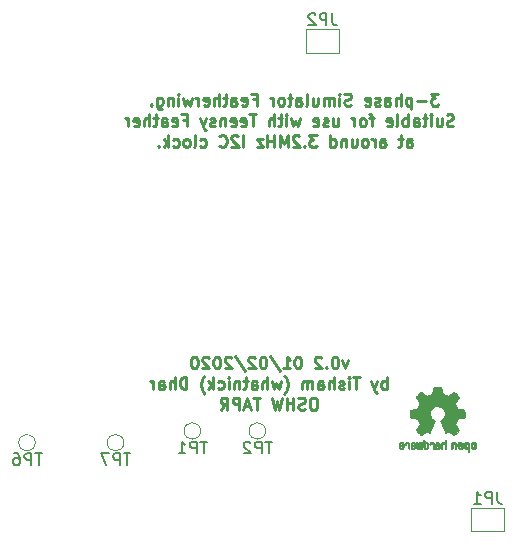
<source format=gbo>
G04 #@! TF.GenerationSoftware,KiCad,Pcbnew,(5.1.5)-3*
G04 #@! TF.CreationDate,2020-02-01T22:19:46+11:00*
G04 #@! TF.ProjectId,Tph_Synth_Featherwing,5470685f-5379-46e7-9468-5f4665617468,rev?*
G04 #@! TF.SameCoordinates,Original*
G04 #@! TF.FileFunction,Legend,Bot*
G04 #@! TF.FilePolarity,Positive*
%FSLAX46Y46*%
G04 Gerber Fmt 4.6, Leading zero omitted, Abs format (unit mm)*
G04 Created by KiCad (PCBNEW (5.1.5)-3) date 2020-02-01 22:19:46*
%MOMM*%
%LPD*%
G04 APERTURE LIST*
%ADD10C,0.250000*%
%ADD11C,0.010000*%
%ADD12C,0.120000*%
%ADD13C,0.150000*%
G04 APERTURE END LIST*
D10*
X118666666Y-118535714D02*
X118428571Y-119202380D01*
X118190476Y-118535714D01*
X117619047Y-118202380D02*
X117523809Y-118202380D01*
X117428571Y-118250000D01*
X117380952Y-118297619D01*
X117333333Y-118392857D01*
X117285714Y-118583333D01*
X117285714Y-118821428D01*
X117333333Y-119011904D01*
X117380952Y-119107142D01*
X117428571Y-119154761D01*
X117523809Y-119202380D01*
X117619047Y-119202380D01*
X117714285Y-119154761D01*
X117761904Y-119107142D01*
X117809523Y-119011904D01*
X117857142Y-118821428D01*
X117857142Y-118583333D01*
X117809523Y-118392857D01*
X117761904Y-118297619D01*
X117714285Y-118250000D01*
X117619047Y-118202380D01*
X116857142Y-119107142D02*
X116809523Y-119154761D01*
X116857142Y-119202380D01*
X116904761Y-119154761D01*
X116857142Y-119107142D01*
X116857142Y-119202380D01*
X116428571Y-118297619D02*
X116380952Y-118250000D01*
X116285714Y-118202380D01*
X116047619Y-118202380D01*
X115952380Y-118250000D01*
X115904761Y-118297619D01*
X115857142Y-118392857D01*
X115857142Y-118488095D01*
X115904761Y-118630952D01*
X116476190Y-119202380D01*
X115857142Y-119202380D01*
X114476190Y-118202380D02*
X114380952Y-118202380D01*
X114285714Y-118250000D01*
X114238095Y-118297619D01*
X114190476Y-118392857D01*
X114142857Y-118583333D01*
X114142857Y-118821428D01*
X114190476Y-119011904D01*
X114238095Y-119107142D01*
X114285714Y-119154761D01*
X114380952Y-119202380D01*
X114476190Y-119202380D01*
X114571428Y-119154761D01*
X114619047Y-119107142D01*
X114666666Y-119011904D01*
X114714285Y-118821428D01*
X114714285Y-118583333D01*
X114666666Y-118392857D01*
X114619047Y-118297619D01*
X114571428Y-118250000D01*
X114476190Y-118202380D01*
X113190476Y-119202380D02*
X113761904Y-119202380D01*
X113476190Y-119202380D02*
X113476190Y-118202380D01*
X113571428Y-118345238D01*
X113666666Y-118440476D01*
X113761904Y-118488095D01*
X112047619Y-118154761D02*
X112904761Y-119440476D01*
X111523809Y-118202380D02*
X111428571Y-118202380D01*
X111333333Y-118250000D01*
X111285714Y-118297619D01*
X111238095Y-118392857D01*
X111190476Y-118583333D01*
X111190476Y-118821428D01*
X111238095Y-119011904D01*
X111285714Y-119107142D01*
X111333333Y-119154761D01*
X111428571Y-119202380D01*
X111523809Y-119202380D01*
X111619047Y-119154761D01*
X111666666Y-119107142D01*
X111714285Y-119011904D01*
X111761904Y-118821428D01*
X111761904Y-118583333D01*
X111714285Y-118392857D01*
X111666666Y-118297619D01*
X111619047Y-118250000D01*
X111523809Y-118202380D01*
X110809523Y-118297619D02*
X110761904Y-118250000D01*
X110666666Y-118202380D01*
X110428571Y-118202380D01*
X110333333Y-118250000D01*
X110285714Y-118297619D01*
X110238095Y-118392857D01*
X110238095Y-118488095D01*
X110285714Y-118630952D01*
X110857142Y-119202380D01*
X110238095Y-119202380D01*
X109095238Y-118154761D02*
X109952380Y-119440476D01*
X108809523Y-118297619D02*
X108761904Y-118250000D01*
X108666666Y-118202380D01*
X108428571Y-118202380D01*
X108333333Y-118250000D01*
X108285714Y-118297619D01*
X108238095Y-118392857D01*
X108238095Y-118488095D01*
X108285714Y-118630952D01*
X108857142Y-119202380D01*
X108238095Y-119202380D01*
X107619047Y-118202380D02*
X107523809Y-118202380D01*
X107428571Y-118250000D01*
X107380952Y-118297619D01*
X107333333Y-118392857D01*
X107285714Y-118583333D01*
X107285714Y-118821428D01*
X107333333Y-119011904D01*
X107380952Y-119107142D01*
X107428571Y-119154761D01*
X107523809Y-119202380D01*
X107619047Y-119202380D01*
X107714285Y-119154761D01*
X107761904Y-119107142D01*
X107809523Y-119011904D01*
X107857142Y-118821428D01*
X107857142Y-118583333D01*
X107809523Y-118392857D01*
X107761904Y-118297619D01*
X107714285Y-118250000D01*
X107619047Y-118202380D01*
X106904761Y-118297619D02*
X106857142Y-118250000D01*
X106761904Y-118202380D01*
X106523809Y-118202380D01*
X106428571Y-118250000D01*
X106380952Y-118297619D01*
X106333333Y-118392857D01*
X106333333Y-118488095D01*
X106380952Y-118630952D01*
X106952380Y-119202380D01*
X106333333Y-119202380D01*
X105714285Y-118202380D02*
X105619047Y-118202380D01*
X105523809Y-118250000D01*
X105476190Y-118297619D01*
X105428571Y-118392857D01*
X105380952Y-118583333D01*
X105380952Y-118821428D01*
X105428571Y-119011904D01*
X105476190Y-119107142D01*
X105523809Y-119154761D01*
X105619047Y-119202380D01*
X105714285Y-119202380D01*
X105809523Y-119154761D01*
X105857142Y-119107142D01*
X105904761Y-119011904D01*
X105952380Y-118821428D01*
X105952380Y-118583333D01*
X105904761Y-118392857D01*
X105857142Y-118297619D01*
X105809523Y-118250000D01*
X105714285Y-118202380D01*
X121952380Y-120952380D02*
X121952380Y-119952380D01*
X121952380Y-120333333D02*
X121857142Y-120285714D01*
X121666666Y-120285714D01*
X121571428Y-120333333D01*
X121523809Y-120380952D01*
X121476190Y-120476190D01*
X121476190Y-120761904D01*
X121523809Y-120857142D01*
X121571428Y-120904761D01*
X121666666Y-120952380D01*
X121857142Y-120952380D01*
X121952380Y-120904761D01*
X121142857Y-120285714D02*
X120904761Y-120952380D01*
X120666666Y-120285714D02*
X120904761Y-120952380D01*
X121000000Y-121190476D01*
X121047619Y-121238095D01*
X121142857Y-121285714D01*
X119666666Y-119952380D02*
X119095238Y-119952380D01*
X119380952Y-120952380D02*
X119380952Y-119952380D01*
X118761904Y-120952380D02*
X118761904Y-120285714D01*
X118761904Y-119952380D02*
X118809523Y-120000000D01*
X118761904Y-120047619D01*
X118714285Y-120000000D01*
X118761904Y-119952380D01*
X118761904Y-120047619D01*
X118333333Y-120904761D02*
X118238095Y-120952380D01*
X118047619Y-120952380D01*
X117952380Y-120904761D01*
X117904761Y-120809523D01*
X117904761Y-120761904D01*
X117952380Y-120666666D01*
X118047619Y-120619047D01*
X118190476Y-120619047D01*
X118285714Y-120571428D01*
X118333333Y-120476190D01*
X118333333Y-120428571D01*
X118285714Y-120333333D01*
X118190476Y-120285714D01*
X118047619Y-120285714D01*
X117952380Y-120333333D01*
X117476190Y-120952380D02*
X117476190Y-119952380D01*
X117047619Y-120952380D02*
X117047619Y-120428571D01*
X117095238Y-120333333D01*
X117190476Y-120285714D01*
X117333333Y-120285714D01*
X117428571Y-120333333D01*
X117476190Y-120380952D01*
X116142857Y-120952380D02*
X116142857Y-120428571D01*
X116190476Y-120333333D01*
X116285714Y-120285714D01*
X116476190Y-120285714D01*
X116571428Y-120333333D01*
X116142857Y-120904761D02*
X116238095Y-120952380D01*
X116476190Y-120952380D01*
X116571428Y-120904761D01*
X116619047Y-120809523D01*
X116619047Y-120714285D01*
X116571428Y-120619047D01*
X116476190Y-120571428D01*
X116238095Y-120571428D01*
X116142857Y-120523809D01*
X115666666Y-120952380D02*
X115666666Y-120285714D01*
X115666666Y-120380952D02*
X115619047Y-120333333D01*
X115523809Y-120285714D01*
X115380952Y-120285714D01*
X115285714Y-120333333D01*
X115238095Y-120428571D01*
X115238095Y-120952380D01*
X115238095Y-120428571D02*
X115190476Y-120333333D01*
X115095238Y-120285714D01*
X114952380Y-120285714D01*
X114857142Y-120333333D01*
X114809523Y-120428571D01*
X114809523Y-120952380D01*
X113285714Y-121333333D02*
X113333333Y-121285714D01*
X113428571Y-121142857D01*
X113476190Y-121047619D01*
X113523809Y-120904761D01*
X113571428Y-120666666D01*
X113571428Y-120476190D01*
X113523809Y-120238095D01*
X113476190Y-120095238D01*
X113428571Y-120000000D01*
X113333333Y-119857142D01*
X113285714Y-119809523D01*
X113000000Y-120285714D02*
X112809523Y-120952380D01*
X112619047Y-120476190D01*
X112428571Y-120952380D01*
X112238095Y-120285714D01*
X111857142Y-120952380D02*
X111857142Y-119952380D01*
X111428571Y-120952380D02*
X111428571Y-120428571D01*
X111476190Y-120333333D01*
X111571428Y-120285714D01*
X111714285Y-120285714D01*
X111809523Y-120333333D01*
X111857142Y-120380952D01*
X110523809Y-120952380D02*
X110523809Y-120428571D01*
X110571428Y-120333333D01*
X110666666Y-120285714D01*
X110857142Y-120285714D01*
X110952380Y-120333333D01*
X110523809Y-120904761D02*
X110619047Y-120952380D01*
X110857142Y-120952380D01*
X110952380Y-120904761D01*
X111000000Y-120809523D01*
X111000000Y-120714285D01*
X110952380Y-120619047D01*
X110857142Y-120571428D01*
X110619047Y-120571428D01*
X110523809Y-120523809D01*
X110190476Y-120285714D02*
X109809523Y-120285714D01*
X110047619Y-119952380D02*
X110047619Y-120809523D01*
X110000000Y-120904761D01*
X109904761Y-120952380D01*
X109809523Y-120952380D01*
X109476190Y-120285714D02*
X109476190Y-120952380D01*
X109476190Y-120380952D02*
X109428571Y-120333333D01*
X109333333Y-120285714D01*
X109190476Y-120285714D01*
X109095238Y-120333333D01*
X109047619Y-120428571D01*
X109047619Y-120952380D01*
X108571428Y-120952380D02*
X108571428Y-120285714D01*
X108571428Y-119952380D02*
X108619047Y-120000000D01*
X108571428Y-120047619D01*
X108523809Y-120000000D01*
X108571428Y-119952380D01*
X108571428Y-120047619D01*
X107666666Y-120904761D02*
X107761904Y-120952380D01*
X107952380Y-120952380D01*
X108047619Y-120904761D01*
X108095238Y-120857142D01*
X108142857Y-120761904D01*
X108142857Y-120476190D01*
X108095238Y-120380952D01*
X108047619Y-120333333D01*
X107952380Y-120285714D01*
X107761904Y-120285714D01*
X107666666Y-120333333D01*
X107238095Y-120952380D02*
X107238095Y-119952380D01*
X107142857Y-120571428D02*
X106857142Y-120952380D01*
X106857142Y-120285714D02*
X107238095Y-120666666D01*
X106523809Y-121333333D02*
X106476190Y-121285714D01*
X106380952Y-121142857D01*
X106333333Y-121047619D01*
X106285714Y-120904761D01*
X106238095Y-120666666D01*
X106238095Y-120476190D01*
X106285714Y-120238095D01*
X106333333Y-120095238D01*
X106380952Y-120000000D01*
X106476190Y-119857142D01*
X106523809Y-119809523D01*
X105000000Y-120952380D02*
X105000000Y-119952380D01*
X104761904Y-119952380D01*
X104619047Y-120000000D01*
X104523809Y-120095238D01*
X104476190Y-120190476D01*
X104428571Y-120380952D01*
X104428571Y-120523809D01*
X104476190Y-120714285D01*
X104523809Y-120809523D01*
X104619047Y-120904761D01*
X104761904Y-120952380D01*
X105000000Y-120952380D01*
X104000000Y-120952380D02*
X104000000Y-119952380D01*
X103571428Y-120952380D02*
X103571428Y-120428571D01*
X103619047Y-120333333D01*
X103714285Y-120285714D01*
X103857142Y-120285714D01*
X103952380Y-120333333D01*
X104000000Y-120380952D01*
X102666666Y-120952380D02*
X102666666Y-120428571D01*
X102714285Y-120333333D01*
X102809523Y-120285714D01*
X103000000Y-120285714D01*
X103095238Y-120333333D01*
X102666666Y-120904761D02*
X102761904Y-120952380D01*
X103000000Y-120952380D01*
X103095238Y-120904761D01*
X103142857Y-120809523D01*
X103142857Y-120714285D01*
X103095238Y-120619047D01*
X103000000Y-120571428D01*
X102761904Y-120571428D01*
X102666666Y-120523809D01*
X102190476Y-120952380D02*
X102190476Y-120285714D01*
X102190476Y-120476190D02*
X102142857Y-120380952D01*
X102095238Y-120333333D01*
X102000000Y-120285714D01*
X101904761Y-120285714D01*
X115857142Y-121702380D02*
X115666666Y-121702380D01*
X115571428Y-121750000D01*
X115476190Y-121845238D01*
X115428571Y-122035714D01*
X115428571Y-122369047D01*
X115476190Y-122559523D01*
X115571428Y-122654761D01*
X115666666Y-122702380D01*
X115857142Y-122702380D01*
X115952380Y-122654761D01*
X116047619Y-122559523D01*
X116095238Y-122369047D01*
X116095238Y-122035714D01*
X116047619Y-121845238D01*
X115952380Y-121750000D01*
X115857142Y-121702380D01*
X115047619Y-122654761D02*
X114904761Y-122702380D01*
X114666666Y-122702380D01*
X114571428Y-122654761D01*
X114523809Y-122607142D01*
X114476190Y-122511904D01*
X114476190Y-122416666D01*
X114523809Y-122321428D01*
X114571428Y-122273809D01*
X114666666Y-122226190D01*
X114857142Y-122178571D01*
X114952380Y-122130952D01*
X115000000Y-122083333D01*
X115047619Y-121988095D01*
X115047619Y-121892857D01*
X115000000Y-121797619D01*
X114952380Y-121750000D01*
X114857142Y-121702380D01*
X114619047Y-121702380D01*
X114476190Y-121750000D01*
X114047619Y-122702380D02*
X114047619Y-121702380D01*
X114047619Y-122178571D02*
X113476190Y-122178571D01*
X113476190Y-122702380D02*
X113476190Y-121702380D01*
X113095238Y-121702380D02*
X112857142Y-122702380D01*
X112666666Y-121988095D01*
X112476190Y-122702380D01*
X112238095Y-121702380D01*
X111238095Y-121702380D02*
X110666666Y-121702380D01*
X110952380Y-122702380D02*
X110952380Y-121702380D01*
X110380952Y-122416666D02*
X109904761Y-122416666D01*
X110476190Y-122702380D02*
X110142857Y-121702380D01*
X109809523Y-122702380D01*
X109476190Y-122702380D02*
X109476190Y-121702380D01*
X109095238Y-121702380D01*
X109000000Y-121750000D01*
X108952380Y-121797619D01*
X108904761Y-121892857D01*
X108904761Y-122035714D01*
X108952380Y-122130952D01*
X109000000Y-122178571D01*
X109095238Y-122226190D01*
X109476190Y-122226190D01*
X107904761Y-122702380D02*
X108238095Y-122226190D01*
X108476190Y-122702380D02*
X108476190Y-121702380D01*
X108095238Y-121702380D01*
X108000000Y-121750000D01*
X107952380Y-121797619D01*
X107904761Y-121892857D01*
X107904761Y-122035714D01*
X107952380Y-122130952D01*
X108000000Y-122178571D01*
X108095238Y-122226190D01*
X108476190Y-122226190D01*
X126321428Y-95952380D02*
X125702380Y-95952380D01*
X126035714Y-96333333D01*
X125892857Y-96333333D01*
X125797619Y-96380952D01*
X125750000Y-96428571D01*
X125702380Y-96523809D01*
X125702380Y-96761904D01*
X125750000Y-96857142D01*
X125797619Y-96904761D01*
X125892857Y-96952380D01*
X126178571Y-96952380D01*
X126273809Y-96904761D01*
X126321428Y-96857142D01*
X125273809Y-96571428D02*
X124511904Y-96571428D01*
X124035714Y-96285714D02*
X124035714Y-97285714D01*
X124035714Y-96333333D02*
X123940476Y-96285714D01*
X123750000Y-96285714D01*
X123654761Y-96333333D01*
X123607142Y-96380952D01*
X123559523Y-96476190D01*
X123559523Y-96761904D01*
X123607142Y-96857142D01*
X123654761Y-96904761D01*
X123750000Y-96952380D01*
X123940476Y-96952380D01*
X124035714Y-96904761D01*
X123130952Y-96952380D02*
X123130952Y-95952380D01*
X122702380Y-96952380D02*
X122702380Y-96428571D01*
X122750000Y-96333333D01*
X122845238Y-96285714D01*
X122988095Y-96285714D01*
X123083333Y-96333333D01*
X123130952Y-96380952D01*
X121797619Y-96952380D02*
X121797619Y-96428571D01*
X121845238Y-96333333D01*
X121940476Y-96285714D01*
X122130952Y-96285714D01*
X122226190Y-96333333D01*
X121797619Y-96904761D02*
X121892857Y-96952380D01*
X122130952Y-96952380D01*
X122226190Y-96904761D01*
X122273809Y-96809523D01*
X122273809Y-96714285D01*
X122226190Y-96619047D01*
X122130952Y-96571428D01*
X121892857Y-96571428D01*
X121797619Y-96523809D01*
X121369047Y-96904761D02*
X121273809Y-96952380D01*
X121083333Y-96952380D01*
X120988095Y-96904761D01*
X120940476Y-96809523D01*
X120940476Y-96761904D01*
X120988095Y-96666666D01*
X121083333Y-96619047D01*
X121226190Y-96619047D01*
X121321428Y-96571428D01*
X121369047Y-96476190D01*
X121369047Y-96428571D01*
X121321428Y-96333333D01*
X121226190Y-96285714D01*
X121083333Y-96285714D01*
X120988095Y-96333333D01*
X120130952Y-96904761D02*
X120226190Y-96952380D01*
X120416666Y-96952380D01*
X120511904Y-96904761D01*
X120559523Y-96809523D01*
X120559523Y-96428571D01*
X120511904Y-96333333D01*
X120416666Y-96285714D01*
X120226190Y-96285714D01*
X120130952Y-96333333D01*
X120083333Y-96428571D01*
X120083333Y-96523809D01*
X120559523Y-96619047D01*
X118940476Y-96904761D02*
X118797619Y-96952380D01*
X118559523Y-96952380D01*
X118464285Y-96904761D01*
X118416666Y-96857142D01*
X118369047Y-96761904D01*
X118369047Y-96666666D01*
X118416666Y-96571428D01*
X118464285Y-96523809D01*
X118559523Y-96476190D01*
X118750000Y-96428571D01*
X118845238Y-96380952D01*
X118892857Y-96333333D01*
X118940476Y-96238095D01*
X118940476Y-96142857D01*
X118892857Y-96047619D01*
X118845238Y-96000000D01*
X118750000Y-95952380D01*
X118511904Y-95952380D01*
X118369047Y-96000000D01*
X117940476Y-96952380D02*
X117940476Y-96285714D01*
X117940476Y-95952380D02*
X117988095Y-96000000D01*
X117940476Y-96047619D01*
X117892857Y-96000000D01*
X117940476Y-95952380D01*
X117940476Y-96047619D01*
X117464285Y-96952380D02*
X117464285Y-96285714D01*
X117464285Y-96380952D02*
X117416666Y-96333333D01*
X117321428Y-96285714D01*
X117178571Y-96285714D01*
X117083333Y-96333333D01*
X117035714Y-96428571D01*
X117035714Y-96952380D01*
X117035714Y-96428571D02*
X116988095Y-96333333D01*
X116892857Y-96285714D01*
X116750000Y-96285714D01*
X116654761Y-96333333D01*
X116607142Y-96428571D01*
X116607142Y-96952380D01*
X115702380Y-96285714D02*
X115702380Y-96952380D01*
X116130952Y-96285714D02*
X116130952Y-96809523D01*
X116083333Y-96904761D01*
X115988095Y-96952380D01*
X115845238Y-96952380D01*
X115750000Y-96904761D01*
X115702380Y-96857142D01*
X115083333Y-96952380D02*
X115178571Y-96904761D01*
X115226190Y-96809523D01*
X115226190Y-95952380D01*
X114273809Y-96952380D02*
X114273809Y-96428571D01*
X114321428Y-96333333D01*
X114416666Y-96285714D01*
X114607142Y-96285714D01*
X114702380Y-96333333D01*
X114273809Y-96904761D02*
X114369047Y-96952380D01*
X114607142Y-96952380D01*
X114702380Y-96904761D01*
X114750000Y-96809523D01*
X114750000Y-96714285D01*
X114702380Y-96619047D01*
X114607142Y-96571428D01*
X114369047Y-96571428D01*
X114273809Y-96523809D01*
X113940476Y-96285714D02*
X113559523Y-96285714D01*
X113797619Y-95952380D02*
X113797619Y-96809523D01*
X113750000Y-96904761D01*
X113654761Y-96952380D01*
X113559523Y-96952380D01*
X113083333Y-96952380D02*
X113178571Y-96904761D01*
X113226190Y-96857142D01*
X113273809Y-96761904D01*
X113273809Y-96476190D01*
X113226190Y-96380952D01*
X113178571Y-96333333D01*
X113083333Y-96285714D01*
X112940476Y-96285714D01*
X112845238Y-96333333D01*
X112797619Y-96380952D01*
X112750000Y-96476190D01*
X112750000Y-96761904D01*
X112797619Y-96857142D01*
X112845238Y-96904761D01*
X112940476Y-96952380D01*
X113083333Y-96952380D01*
X112321428Y-96952380D02*
X112321428Y-96285714D01*
X112321428Y-96476190D02*
X112273809Y-96380952D01*
X112226190Y-96333333D01*
X112130952Y-96285714D01*
X112035714Y-96285714D01*
X110607142Y-96428571D02*
X110940476Y-96428571D01*
X110940476Y-96952380D02*
X110940476Y-95952380D01*
X110464285Y-95952380D01*
X109702380Y-96904761D02*
X109797619Y-96952380D01*
X109988095Y-96952380D01*
X110083333Y-96904761D01*
X110130952Y-96809523D01*
X110130952Y-96428571D01*
X110083333Y-96333333D01*
X109988095Y-96285714D01*
X109797619Y-96285714D01*
X109702380Y-96333333D01*
X109654761Y-96428571D01*
X109654761Y-96523809D01*
X110130952Y-96619047D01*
X108797619Y-96952380D02*
X108797619Y-96428571D01*
X108845238Y-96333333D01*
X108940476Y-96285714D01*
X109130952Y-96285714D01*
X109226190Y-96333333D01*
X108797619Y-96904761D02*
X108892857Y-96952380D01*
X109130952Y-96952380D01*
X109226190Y-96904761D01*
X109273809Y-96809523D01*
X109273809Y-96714285D01*
X109226190Y-96619047D01*
X109130952Y-96571428D01*
X108892857Y-96571428D01*
X108797619Y-96523809D01*
X108464285Y-96285714D02*
X108083333Y-96285714D01*
X108321428Y-95952380D02*
X108321428Y-96809523D01*
X108273809Y-96904761D01*
X108178571Y-96952380D01*
X108083333Y-96952380D01*
X107750000Y-96952380D02*
X107750000Y-95952380D01*
X107321428Y-96952380D02*
X107321428Y-96428571D01*
X107369047Y-96333333D01*
X107464285Y-96285714D01*
X107607142Y-96285714D01*
X107702380Y-96333333D01*
X107750000Y-96380952D01*
X106464285Y-96904761D02*
X106559523Y-96952380D01*
X106750000Y-96952380D01*
X106845238Y-96904761D01*
X106892857Y-96809523D01*
X106892857Y-96428571D01*
X106845238Y-96333333D01*
X106750000Y-96285714D01*
X106559523Y-96285714D01*
X106464285Y-96333333D01*
X106416666Y-96428571D01*
X106416666Y-96523809D01*
X106892857Y-96619047D01*
X105988095Y-96952380D02*
X105988095Y-96285714D01*
X105988095Y-96476190D02*
X105940476Y-96380952D01*
X105892857Y-96333333D01*
X105797619Y-96285714D01*
X105702380Y-96285714D01*
X105464285Y-96285714D02*
X105273809Y-96952380D01*
X105083333Y-96476190D01*
X104892857Y-96952380D01*
X104702380Y-96285714D01*
X104321428Y-96952380D02*
X104321428Y-96285714D01*
X104321428Y-95952380D02*
X104369047Y-96000000D01*
X104321428Y-96047619D01*
X104273809Y-96000000D01*
X104321428Y-95952380D01*
X104321428Y-96047619D01*
X103845238Y-96285714D02*
X103845238Y-96952380D01*
X103845238Y-96380952D02*
X103797619Y-96333333D01*
X103702380Y-96285714D01*
X103559523Y-96285714D01*
X103464285Y-96333333D01*
X103416666Y-96428571D01*
X103416666Y-96952380D01*
X102511904Y-96285714D02*
X102511904Y-97095238D01*
X102559523Y-97190476D01*
X102607142Y-97238095D01*
X102702380Y-97285714D01*
X102845238Y-97285714D01*
X102940476Y-97238095D01*
X102511904Y-96904761D02*
X102607142Y-96952380D01*
X102797619Y-96952380D01*
X102892857Y-96904761D01*
X102940476Y-96857142D01*
X102988095Y-96761904D01*
X102988095Y-96476190D01*
X102940476Y-96380952D01*
X102892857Y-96333333D01*
X102797619Y-96285714D01*
X102607142Y-96285714D01*
X102511904Y-96333333D01*
X102035714Y-96857142D02*
X101988095Y-96904761D01*
X102035714Y-96952380D01*
X102083333Y-96904761D01*
X102035714Y-96857142D01*
X102035714Y-96952380D01*
X127607142Y-98654761D02*
X127464285Y-98702380D01*
X127226190Y-98702380D01*
X127130952Y-98654761D01*
X127083333Y-98607142D01*
X127035714Y-98511904D01*
X127035714Y-98416666D01*
X127083333Y-98321428D01*
X127130952Y-98273809D01*
X127226190Y-98226190D01*
X127416666Y-98178571D01*
X127511904Y-98130952D01*
X127559523Y-98083333D01*
X127607142Y-97988095D01*
X127607142Y-97892857D01*
X127559523Y-97797619D01*
X127511904Y-97750000D01*
X127416666Y-97702380D01*
X127178571Y-97702380D01*
X127035714Y-97750000D01*
X126178571Y-98035714D02*
X126178571Y-98702380D01*
X126607142Y-98035714D02*
X126607142Y-98559523D01*
X126559523Y-98654761D01*
X126464285Y-98702380D01*
X126321428Y-98702380D01*
X126226190Y-98654761D01*
X126178571Y-98607142D01*
X125702380Y-98702380D02*
X125702380Y-98035714D01*
X125702380Y-97702380D02*
X125750000Y-97750000D01*
X125702380Y-97797619D01*
X125654761Y-97750000D01*
X125702380Y-97702380D01*
X125702380Y-97797619D01*
X125369047Y-98035714D02*
X124988095Y-98035714D01*
X125226190Y-97702380D02*
X125226190Y-98559523D01*
X125178571Y-98654761D01*
X125083333Y-98702380D01*
X124988095Y-98702380D01*
X124226190Y-98702380D02*
X124226190Y-98178571D01*
X124273809Y-98083333D01*
X124369047Y-98035714D01*
X124559523Y-98035714D01*
X124654761Y-98083333D01*
X124226190Y-98654761D02*
X124321428Y-98702380D01*
X124559523Y-98702380D01*
X124654761Y-98654761D01*
X124702380Y-98559523D01*
X124702380Y-98464285D01*
X124654761Y-98369047D01*
X124559523Y-98321428D01*
X124321428Y-98321428D01*
X124226190Y-98273809D01*
X123750000Y-98702380D02*
X123750000Y-97702380D01*
X123750000Y-98083333D02*
X123654761Y-98035714D01*
X123464285Y-98035714D01*
X123369047Y-98083333D01*
X123321428Y-98130952D01*
X123273809Y-98226190D01*
X123273809Y-98511904D01*
X123321428Y-98607142D01*
X123369047Y-98654761D01*
X123464285Y-98702380D01*
X123654761Y-98702380D01*
X123750000Y-98654761D01*
X122702380Y-98702380D02*
X122797619Y-98654761D01*
X122845238Y-98559523D01*
X122845238Y-97702380D01*
X121940476Y-98654761D02*
X122035714Y-98702380D01*
X122226190Y-98702380D01*
X122321428Y-98654761D01*
X122369047Y-98559523D01*
X122369047Y-98178571D01*
X122321428Y-98083333D01*
X122226190Y-98035714D01*
X122035714Y-98035714D01*
X121940476Y-98083333D01*
X121892857Y-98178571D01*
X121892857Y-98273809D01*
X122369047Y-98369047D01*
X120845238Y-98035714D02*
X120464285Y-98035714D01*
X120702380Y-98702380D02*
X120702380Y-97845238D01*
X120654761Y-97750000D01*
X120559523Y-97702380D01*
X120464285Y-97702380D01*
X119988095Y-98702380D02*
X120083333Y-98654761D01*
X120130952Y-98607142D01*
X120178571Y-98511904D01*
X120178571Y-98226190D01*
X120130952Y-98130952D01*
X120083333Y-98083333D01*
X119988095Y-98035714D01*
X119845238Y-98035714D01*
X119750000Y-98083333D01*
X119702380Y-98130952D01*
X119654761Y-98226190D01*
X119654761Y-98511904D01*
X119702380Y-98607142D01*
X119750000Y-98654761D01*
X119845238Y-98702380D01*
X119988095Y-98702380D01*
X119226190Y-98702380D02*
X119226190Y-98035714D01*
X119226190Y-98226190D02*
X119178571Y-98130952D01*
X119130952Y-98083333D01*
X119035714Y-98035714D01*
X118940476Y-98035714D01*
X117416666Y-98035714D02*
X117416666Y-98702380D01*
X117845238Y-98035714D02*
X117845238Y-98559523D01*
X117797619Y-98654761D01*
X117702380Y-98702380D01*
X117559523Y-98702380D01*
X117464285Y-98654761D01*
X117416666Y-98607142D01*
X116988095Y-98654761D02*
X116892857Y-98702380D01*
X116702380Y-98702380D01*
X116607142Y-98654761D01*
X116559523Y-98559523D01*
X116559523Y-98511904D01*
X116607142Y-98416666D01*
X116702380Y-98369047D01*
X116845238Y-98369047D01*
X116940476Y-98321428D01*
X116988095Y-98226190D01*
X116988095Y-98178571D01*
X116940476Y-98083333D01*
X116845238Y-98035714D01*
X116702380Y-98035714D01*
X116607142Y-98083333D01*
X115750000Y-98654761D02*
X115845238Y-98702380D01*
X116035714Y-98702380D01*
X116130952Y-98654761D01*
X116178571Y-98559523D01*
X116178571Y-98178571D01*
X116130952Y-98083333D01*
X116035714Y-98035714D01*
X115845238Y-98035714D01*
X115750000Y-98083333D01*
X115702380Y-98178571D01*
X115702380Y-98273809D01*
X116178571Y-98369047D01*
X114607142Y-98035714D02*
X114416666Y-98702380D01*
X114226190Y-98226190D01*
X114035714Y-98702380D01*
X113845238Y-98035714D01*
X113464285Y-98702380D02*
X113464285Y-98035714D01*
X113464285Y-97702380D02*
X113511904Y-97750000D01*
X113464285Y-97797619D01*
X113416666Y-97750000D01*
X113464285Y-97702380D01*
X113464285Y-97797619D01*
X113130952Y-98035714D02*
X112750000Y-98035714D01*
X112988095Y-97702380D02*
X112988095Y-98559523D01*
X112940476Y-98654761D01*
X112845238Y-98702380D01*
X112750000Y-98702380D01*
X112416666Y-98702380D02*
X112416666Y-97702380D01*
X111988095Y-98702380D02*
X111988095Y-98178571D01*
X112035714Y-98083333D01*
X112130952Y-98035714D01*
X112273809Y-98035714D01*
X112369047Y-98083333D01*
X112416666Y-98130952D01*
X110892857Y-97702380D02*
X110321428Y-97702380D01*
X110607142Y-98702380D02*
X110607142Y-97702380D01*
X109607142Y-98654761D02*
X109702380Y-98702380D01*
X109892857Y-98702380D01*
X109988095Y-98654761D01*
X110035714Y-98559523D01*
X110035714Y-98178571D01*
X109988095Y-98083333D01*
X109892857Y-98035714D01*
X109702380Y-98035714D01*
X109607142Y-98083333D01*
X109559523Y-98178571D01*
X109559523Y-98273809D01*
X110035714Y-98369047D01*
X108750000Y-98654761D02*
X108845238Y-98702380D01*
X109035714Y-98702380D01*
X109130952Y-98654761D01*
X109178571Y-98559523D01*
X109178571Y-98178571D01*
X109130952Y-98083333D01*
X109035714Y-98035714D01*
X108845238Y-98035714D01*
X108750000Y-98083333D01*
X108702380Y-98178571D01*
X108702380Y-98273809D01*
X109178571Y-98369047D01*
X108273809Y-98035714D02*
X108273809Y-98702380D01*
X108273809Y-98130952D02*
X108226190Y-98083333D01*
X108130952Y-98035714D01*
X107988095Y-98035714D01*
X107892857Y-98083333D01*
X107845238Y-98178571D01*
X107845238Y-98702380D01*
X107416666Y-98654761D02*
X107321428Y-98702380D01*
X107130952Y-98702380D01*
X107035714Y-98654761D01*
X106988095Y-98559523D01*
X106988095Y-98511904D01*
X107035714Y-98416666D01*
X107130952Y-98369047D01*
X107273809Y-98369047D01*
X107369047Y-98321428D01*
X107416666Y-98226190D01*
X107416666Y-98178571D01*
X107369047Y-98083333D01*
X107273809Y-98035714D01*
X107130952Y-98035714D01*
X107035714Y-98083333D01*
X106654761Y-98035714D02*
X106416666Y-98702380D01*
X106178571Y-98035714D02*
X106416666Y-98702380D01*
X106511904Y-98940476D01*
X106559523Y-98988095D01*
X106654761Y-99035714D01*
X104702380Y-98178571D02*
X105035714Y-98178571D01*
X105035714Y-98702380D02*
X105035714Y-97702380D01*
X104559523Y-97702380D01*
X103797619Y-98654761D02*
X103892857Y-98702380D01*
X104083333Y-98702380D01*
X104178571Y-98654761D01*
X104226190Y-98559523D01*
X104226190Y-98178571D01*
X104178571Y-98083333D01*
X104083333Y-98035714D01*
X103892857Y-98035714D01*
X103797619Y-98083333D01*
X103750000Y-98178571D01*
X103750000Y-98273809D01*
X104226190Y-98369047D01*
X102892857Y-98702380D02*
X102892857Y-98178571D01*
X102940476Y-98083333D01*
X103035714Y-98035714D01*
X103226190Y-98035714D01*
X103321428Y-98083333D01*
X102892857Y-98654761D02*
X102988095Y-98702380D01*
X103226190Y-98702380D01*
X103321428Y-98654761D01*
X103369047Y-98559523D01*
X103369047Y-98464285D01*
X103321428Y-98369047D01*
X103226190Y-98321428D01*
X102988095Y-98321428D01*
X102892857Y-98273809D01*
X102559523Y-98035714D02*
X102178571Y-98035714D01*
X102416666Y-97702380D02*
X102416666Y-98559523D01*
X102369047Y-98654761D01*
X102273809Y-98702380D01*
X102178571Y-98702380D01*
X101845238Y-98702380D02*
X101845238Y-97702380D01*
X101416666Y-98702380D02*
X101416666Y-98178571D01*
X101464285Y-98083333D01*
X101559523Y-98035714D01*
X101702380Y-98035714D01*
X101797619Y-98083333D01*
X101845238Y-98130952D01*
X100559523Y-98654761D02*
X100654761Y-98702380D01*
X100845238Y-98702380D01*
X100940476Y-98654761D01*
X100988095Y-98559523D01*
X100988095Y-98178571D01*
X100940476Y-98083333D01*
X100845238Y-98035714D01*
X100654761Y-98035714D01*
X100559523Y-98083333D01*
X100511904Y-98178571D01*
X100511904Y-98273809D01*
X100988095Y-98369047D01*
X100083333Y-98702380D02*
X100083333Y-98035714D01*
X100083333Y-98226190D02*
X100035714Y-98130952D01*
X99988095Y-98083333D01*
X99892857Y-98035714D01*
X99797619Y-98035714D01*
X123654761Y-100452380D02*
X123654761Y-99928571D01*
X123702380Y-99833333D01*
X123797619Y-99785714D01*
X123988095Y-99785714D01*
X124083333Y-99833333D01*
X123654761Y-100404761D02*
X123750000Y-100452380D01*
X123988095Y-100452380D01*
X124083333Y-100404761D01*
X124130952Y-100309523D01*
X124130952Y-100214285D01*
X124083333Y-100119047D01*
X123988095Y-100071428D01*
X123750000Y-100071428D01*
X123654761Y-100023809D01*
X123321428Y-99785714D02*
X122940476Y-99785714D01*
X123178571Y-99452380D02*
X123178571Y-100309523D01*
X123130952Y-100404761D01*
X123035714Y-100452380D01*
X122940476Y-100452380D01*
X121416666Y-100452380D02*
X121416666Y-99928571D01*
X121464285Y-99833333D01*
X121559523Y-99785714D01*
X121750000Y-99785714D01*
X121845238Y-99833333D01*
X121416666Y-100404761D02*
X121511904Y-100452380D01*
X121750000Y-100452380D01*
X121845238Y-100404761D01*
X121892857Y-100309523D01*
X121892857Y-100214285D01*
X121845238Y-100119047D01*
X121750000Y-100071428D01*
X121511904Y-100071428D01*
X121416666Y-100023809D01*
X120940476Y-100452380D02*
X120940476Y-99785714D01*
X120940476Y-99976190D02*
X120892857Y-99880952D01*
X120845238Y-99833333D01*
X120750000Y-99785714D01*
X120654761Y-99785714D01*
X120178571Y-100452380D02*
X120273809Y-100404761D01*
X120321428Y-100357142D01*
X120369047Y-100261904D01*
X120369047Y-99976190D01*
X120321428Y-99880952D01*
X120273809Y-99833333D01*
X120178571Y-99785714D01*
X120035714Y-99785714D01*
X119940476Y-99833333D01*
X119892857Y-99880952D01*
X119845238Y-99976190D01*
X119845238Y-100261904D01*
X119892857Y-100357142D01*
X119940476Y-100404761D01*
X120035714Y-100452380D01*
X120178571Y-100452380D01*
X118988095Y-99785714D02*
X118988095Y-100452380D01*
X119416666Y-99785714D02*
X119416666Y-100309523D01*
X119369047Y-100404761D01*
X119273809Y-100452380D01*
X119130952Y-100452380D01*
X119035714Y-100404761D01*
X118988095Y-100357142D01*
X118511904Y-99785714D02*
X118511904Y-100452380D01*
X118511904Y-99880952D02*
X118464285Y-99833333D01*
X118369047Y-99785714D01*
X118226190Y-99785714D01*
X118130952Y-99833333D01*
X118083333Y-99928571D01*
X118083333Y-100452380D01*
X117178571Y-100452380D02*
X117178571Y-99452380D01*
X117178571Y-100404761D02*
X117273809Y-100452380D01*
X117464285Y-100452380D01*
X117559523Y-100404761D01*
X117607142Y-100357142D01*
X117654761Y-100261904D01*
X117654761Y-99976190D01*
X117607142Y-99880952D01*
X117559523Y-99833333D01*
X117464285Y-99785714D01*
X117273809Y-99785714D01*
X117178571Y-99833333D01*
X116035714Y-99452380D02*
X115416666Y-99452380D01*
X115750000Y-99833333D01*
X115607142Y-99833333D01*
X115511904Y-99880952D01*
X115464285Y-99928571D01*
X115416666Y-100023809D01*
X115416666Y-100261904D01*
X115464285Y-100357142D01*
X115511904Y-100404761D01*
X115607142Y-100452380D01*
X115892857Y-100452380D01*
X115988095Y-100404761D01*
X116035714Y-100357142D01*
X114988095Y-100357142D02*
X114940476Y-100404761D01*
X114988095Y-100452380D01*
X115035714Y-100404761D01*
X114988095Y-100357142D01*
X114988095Y-100452380D01*
X114559523Y-99547619D02*
X114511904Y-99500000D01*
X114416666Y-99452380D01*
X114178571Y-99452380D01*
X114083333Y-99500000D01*
X114035714Y-99547619D01*
X113988095Y-99642857D01*
X113988095Y-99738095D01*
X114035714Y-99880952D01*
X114607142Y-100452380D01*
X113988095Y-100452380D01*
X113559523Y-100452380D02*
X113559523Y-99452380D01*
X113226190Y-100166666D01*
X112892857Y-99452380D01*
X112892857Y-100452380D01*
X112416666Y-100452380D02*
X112416666Y-99452380D01*
X112416666Y-99928571D02*
X111845238Y-99928571D01*
X111845238Y-100452380D02*
X111845238Y-99452380D01*
X111464285Y-99785714D02*
X110940476Y-99785714D01*
X111464285Y-100452380D01*
X110940476Y-100452380D01*
X109797619Y-100452380D02*
X109797619Y-99452380D01*
X109369047Y-99547619D02*
X109321428Y-99500000D01*
X109226190Y-99452380D01*
X108988095Y-99452380D01*
X108892857Y-99500000D01*
X108845238Y-99547619D01*
X108797619Y-99642857D01*
X108797619Y-99738095D01*
X108845238Y-99880952D01*
X109416666Y-100452380D01*
X108797619Y-100452380D01*
X107797619Y-100357142D02*
X107845238Y-100404761D01*
X107988095Y-100452380D01*
X108083333Y-100452380D01*
X108226190Y-100404761D01*
X108321428Y-100309523D01*
X108369047Y-100214285D01*
X108416666Y-100023809D01*
X108416666Y-99880952D01*
X108369047Y-99690476D01*
X108321428Y-99595238D01*
X108226190Y-99500000D01*
X108083333Y-99452380D01*
X107988095Y-99452380D01*
X107845238Y-99500000D01*
X107797619Y-99547619D01*
X106178571Y-100404761D02*
X106273809Y-100452380D01*
X106464285Y-100452380D01*
X106559523Y-100404761D01*
X106607142Y-100357142D01*
X106654761Y-100261904D01*
X106654761Y-99976190D01*
X106607142Y-99880952D01*
X106559523Y-99833333D01*
X106464285Y-99785714D01*
X106273809Y-99785714D01*
X106178571Y-99833333D01*
X105607142Y-100452380D02*
X105702380Y-100404761D01*
X105750000Y-100309523D01*
X105750000Y-99452380D01*
X105083333Y-100452380D02*
X105178571Y-100404761D01*
X105226190Y-100357142D01*
X105273809Y-100261904D01*
X105273809Y-99976190D01*
X105226190Y-99880952D01*
X105178571Y-99833333D01*
X105083333Y-99785714D01*
X104940476Y-99785714D01*
X104845238Y-99833333D01*
X104797619Y-99880952D01*
X104750000Y-99976190D01*
X104750000Y-100261904D01*
X104797619Y-100357142D01*
X104845238Y-100404761D01*
X104940476Y-100452380D01*
X105083333Y-100452380D01*
X103892857Y-100404761D02*
X103988095Y-100452380D01*
X104178571Y-100452380D01*
X104273809Y-100404761D01*
X104321428Y-100357142D01*
X104369047Y-100261904D01*
X104369047Y-99976190D01*
X104321428Y-99880952D01*
X104273809Y-99833333D01*
X104178571Y-99785714D01*
X103988095Y-99785714D01*
X103892857Y-99833333D01*
X103464285Y-100452380D02*
X103464285Y-99452380D01*
X103369047Y-100071428D02*
X103083333Y-100452380D01*
X103083333Y-99785714D02*
X103464285Y-100166666D01*
X102654761Y-100357142D02*
X102607142Y-100404761D01*
X102654761Y-100452380D01*
X102702380Y-100404761D01*
X102654761Y-100357142D01*
X102654761Y-100452380D01*
D11*
G36*
X128650256Y-125419918D02*
G01*
X128594799Y-125447568D01*
X128545852Y-125498480D01*
X128532371Y-125517338D01*
X128517686Y-125542015D01*
X128508158Y-125568816D01*
X128502707Y-125604587D01*
X128500253Y-125656169D01*
X128499714Y-125724267D01*
X128502148Y-125817588D01*
X128510606Y-125887657D01*
X128526826Y-125939931D01*
X128552546Y-125979869D01*
X128589503Y-126012929D01*
X128592218Y-126014886D01*
X128628640Y-126034908D01*
X128672498Y-126044815D01*
X128728276Y-126047257D01*
X128818952Y-126047257D01*
X128818990Y-126135283D01*
X128819834Y-126184308D01*
X128824976Y-126213065D01*
X128838413Y-126230311D01*
X128864142Y-126244808D01*
X128870321Y-126247769D01*
X128899236Y-126261648D01*
X128921624Y-126270414D01*
X128938271Y-126271171D01*
X128949964Y-126261023D01*
X128957490Y-126237073D01*
X128961634Y-126196426D01*
X128963185Y-126136186D01*
X128962929Y-126053455D01*
X128961651Y-125945339D01*
X128961252Y-125913000D01*
X128959815Y-125801524D01*
X128958528Y-125728603D01*
X128819029Y-125728603D01*
X128818245Y-125790499D01*
X128814760Y-125830997D01*
X128806876Y-125857708D01*
X128792895Y-125878244D01*
X128783403Y-125888260D01*
X128744596Y-125917567D01*
X128710237Y-125919952D01*
X128674784Y-125895750D01*
X128673886Y-125894857D01*
X128659461Y-125876153D01*
X128650687Y-125850732D01*
X128646261Y-125811584D01*
X128644882Y-125751697D01*
X128644857Y-125738430D01*
X128648188Y-125655901D01*
X128659031Y-125598691D01*
X128678660Y-125563766D01*
X128708350Y-125548094D01*
X128725509Y-125546514D01*
X128766234Y-125553926D01*
X128794168Y-125578330D01*
X128810983Y-125622980D01*
X128818350Y-125691130D01*
X128819029Y-125728603D01*
X128958528Y-125728603D01*
X128958292Y-125715245D01*
X128956323Y-125650333D01*
X128953550Y-125602958D01*
X128949612Y-125569290D01*
X128944151Y-125545498D01*
X128936808Y-125527753D01*
X128927223Y-125512224D01*
X128923113Y-125506381D01*
X128868595Y-125451185D01*
X128799664Y-125419890D01*
X128719928Y-125411165D01*
X128650256Y-125419918D01*
G37*
X128650256Y-125419918D02*
X128594799Y-125447568D01*
X128545852Y-125498480D01*
X128532371Y-125517338D01*
X128517686Y-125542015D01*
X128508158Y-125568816D01*
X128502707Y-125604587D01*
X128500253Y-125656169D01*
X128499714Y-125724267D01*
X128502148Y-125817588D01*
X128510606Y-125887657D01*
X128526826Y-125939931D01*
X128552546Y-125979869D01*
X128589503Y-126012929D01*
X128592218Y-126014886D01*
X128628640Y-126034908D01*
X128672498Y-126044815D01*
X128728276Y-126047257D01*
X128818952Y-126047257D01*
X128818990Y-126135283D01*
X128819834Y-126184308D01*
X128824976Y-126213065D01*
X128838413Y-126230311D01*
X128864142Y-126244808D01*
X128870321Y-126247769D01*
X128899236Y-126261648D01*
X128921624Y-126270414D01*
X128938271Y-126271171D01*
X128949964Y-126261023D01*
X128957490Y-126237073D01*
X128961634Y-126196426D01*
X128963185Y-126136186D01*
X128962929Y-126053455D01*
X128961651Y-125945339D01*
X128961252Y-125913000D01*
X128959815Y-125801524D01*
X128958528Y-125728603D01*
X128819029Y-125728603D01*
X128818245Y-125790499D01*
X128814760Y-125830997D01*
X128806876Y-125857708D01*
X128792895Y-125878244D01*
X128783403Y-125888260D01*
X128744596Y-125917567D01*
X128710237Y-125919952D01*
X128674784Y-125895750D01*
X128673886Y-125894857D01*
X128659461Y-125876153D01*
X128650687Y-125850732D01*
X128646261Y-125811584D01*
X128644882Y-125751697D01*
X128644857Y-125738430D01*
X128648188Y-125655901D01*
X128659031Y-125598691D01*
X128678660Y-125563766D01*
X128708350Y-125548094D01*
X128725509Y-125546514D01*
X128766234Y-125553926D01*
X128794168Y-125578330D01*
X128810983Y-125622980D01*
X128818350Y-125691130D01*
X128819029Y-125728603D01*
X128958528Y-125728603D01*
X128958292Y-125715245D01*
X128956323Y-125650333D01*
X128953550Y-125602958D01*
X128949612Y-125569290D01*
X128944151Y-125545498D01*
X128936808Y-125527753D01*
X128927223Y-125512224D01*
X128923113Y-125506381D01*
X128868595Y-125451185D01*
X128799664Y-125419890D01*
X128719928Y-125411165D01*
X128650256Y-125419918D01*
G36*
X127533907Y-125427780D02*
G01*
X127487328Y-125454723D01*
X127454943Y-125481466D01*
X127431258Y-125509484D01*
X127414941Y-125543748D01*
X127404661Y-125589227D01*
X127399086Y-125650892D01*
X127396884Y-125733711D01*
X127396629Y-125793246D01*
X127396629Y-126012391D01*
X127458314Y-126040044D01*
X127520000Y-126067697D01*
X127527257Y-125827670D01*
X127530256Y-125738028D01*
X127533402Y-125672962D01*
X127537299Y-125628026D01*
X127542553Y-125598770D01*
X127549769Y-125580748D01*
X127559550Y-125569511D01*
X127562688Y-125567079D01*
X127610239Y-125548083D01*
X127658303Y-125555600D01*
X127686914Y-125575543D01*
X127698553Y-125589675D01*
X127706609Y-125608220D01*
X127711729Y-125636334D01*
X127714559Y-125679173D01*
X127715744Y-125741895D01*
X127715943Y-125807261D01*
X127715982Y-125889268D01*
X127717386Y-125947316D01*
X127722086Y-125986465D01*
X127732013Y-126011780D01*
X127749097Y-126028323D01*
X127775268Y-126041156D01*
X127810225Y-126054491D01*
X127848404Y-126069007D01*
X127843859Y-125811389D01*
X127842029Y-125718519D01*
X127839888Y-125649889D01*
X127836819Y-125600711D01*
X127832206Y-125566198D01*
X127825432Y-125541562D01*
X127815881Y-125522016D01*
X127804366Y-125504770D01*
X127748810Y-125449680D01*
X127681020Y-125417822D01*
X127607287Y-125410191D01*
X127533907Y-125427780D01*
G37*
X127533907Y-125427780D02*
X127487328Y-125454723D01*
X127454943Y-125481466D01*
X127431258Y-125509484D01*
X127414941Y-125543748D01*
X127404661Y-125589227D01*
X127399086Y-125650892D01*
X127396884Y-125733711D01*
X127396629Y-125793246D01*
X127396629Y-126012391D01*
X127458314Y-126040044D01*
X127520000Y-126067697D01*
X127527257Y-125827670D01*
X127530256Y-125738028D01*
X127533402Y-125672962D01*
X127537299Y-125628026D01*
X127542553Y-125598770D01*
X127549769Y-125580748D01*
X127559550Y-125569511D01*
X127562688Y-125567079D01*
X127610239Y-125548083D01*
X127658303Y-125555600D01*
X127686914Y-125575543D01*
X127698553Y-125589675D01*
X127706609Y-125608220D01*
X127711729Y-125636334D01*
X127714559Y-125679173D01*
X127715744Y-125741895D01*
X127715943Y-125807261D01*
X127715982Y-125889268D01*
X127717386Y-125947316D01*
X127722086Y-125986465D01*
X127732013Y-126011780D01*
X127749097Y-126028323D01*
X127775268Y-126041156D01*
X127810225Y-126054491D01*
X127848404Y-126069007D01*
X127843859Y-125811389D01*
X127842029Y-125718519D01*
X127839888Y-125649889D01*
X127836819Y-125600711D01*
X127832206Y-125566198D01*
X127825432Y-125541562D01*
X127815881Y-125522016D01*
X127804366Y-125504770D01*
X127748810Y-125449680D01*
X127681020Y-125417822D01*
X127607287Y-125410191D01*
X127533907Y-125427780D01*
G36*
X129208885Y-125421962D02*
G01*
X129140855Y-125457733D01*
X129090649Y-125515301D01*
X129072815Y-125552312D01*
X129058937Y-125607882D01*
X129051833Y-125678096D01*
X129051160Y-125754727D01*
X129056573Y-125829552D01*
X129067730Y-125894342D01*
X129084286Y-125940873D01*
X129089374Y-125948887D01*
X129149645Y-126008707D01*
X129221231Y-126044535D01*
X129298908Y-126055020D01*
X129377452Y-126038810D01*
X129399311Y-126029092D01*
X129441878Y-125999143D01*
X129479237Y-125959433D01*
X129482768Y-125954397D01*
X129497119Y-125930124D01*
X129506606Y-125904178D01*
X129512210Y-125870022D01*
X129514914Y-125821119D01*
X129515701Y-125750935D01*
X129515714Y-125735200D01*
X129515678Y-125730192D01*
X129370571Y-125730192D01*
X129369727Y-125796430D01*
X129366404Y-125840386D01*
X129359417Y-125868779D01*
X129347584Y-125888325D01*
X129341543Y-125894857D01*
X129306814Y-125919680D01*
X129273097Y-125918548D01*
X129239005Y-125897016D01*
X129218671Y-125874029D01*
X129206629Y-125840478D01*
X129199866Y-125787569D01*
X129199402Y-125781399D01*
X129198248Y-125685513D01*
X129210312Y-125614299D01*
X129235430Y-125568194D01*
X129273440Y-125547635D01*
X129287008Y-125546514D01*
X129322636Y-125552152D01*
X129347006Y-125571686D01*
X129361907Y-125609042D01*
X129369125Y-125668150D01*
X129370571Y-125730192D01*
X129515678Y-125730192D01*
X129515174Y-125660413D01*
X129512904Y-125608159D01*
X129507932Y-125571949D01*
X129499287Y-125545299D01*
X129485995Y-125521722D01*
X129483057Y-125517338D01*
X129433687Y-125458249D01*
X129379891Y-125423947D01*
X129314398Y-125410331D01*
X129292158Y-125409665D01*
X129208885Y-125421962D01*
G37*
X129208885Y-125421962D02*
X129140855Y-125457733D01*
X129090649Y-125515301D01*
X129072815Y-125552312D01*
X129058937Y-125607882D01*
X129051833Y-125678096D01*
X129051160Y-125754727D01*
X129056573Y-125829552D01*
X129067730Y-125894342D01*
X129084286Y-125940873D01*
X129089374Y-125948887D01*
X129149645Y-126008707D01*
X129221231Y-126044535D01*
X129298908Y-126055020D01*
X129377452Y-126038810D01*
X129399311Y-126029092D01*
X129441878Y-125999143D01*
X129479237Y-125959433D01*
X129482768Y-125954397D01*
X129497119Y-125930124D01*
X129506606Y-125904178D01*
X129512210Y-125870022D01*
X129514914Y-125821119D01*
X129515701Y-125750935D01*
X129515714Y-125735200D01*
X129515678Y-125730192D01*
X129370571Y-125730192D01*
X129369727Y-125796430D01*
X129366404Y-125840386D01*
X129359417Y-125868779D01*
X129347584Y-125888325D01*
X129341543Y-125894857D01*
X129306814Y-125919680D01*
X129273097Y-125918548D01*
X129239005Y-125897016D01*
X129218671Y-125874029D01*
X129206629Y-125840478D01*
X129199866Y-125787569D01*
X129199402Y-125781399D01*
X129198248Y-125685513D01*
X129210312Y-125614299D01*
X129235430Y-125568194D01*
X129273440Y-125547635D01*
X129287008Y-125546514D01*
X129322636Y-125552152D01*
X129347006Y-125571686D01*
X129361907Y-125609042D01*
X129369125Y-125668150D01*
X129370571Y-125730192D01*
X129515678Y-125730192D01*
X129515174Y-125660413D01*
X129512904Y-125608159D01*
X129507932Y-125571949D01*
X129499287Y-125545299D01*
X129485995Y-125521722D01*
X129483057Y-125517338D01*
X129433687Y-125458249D01*
X129379891Y-125423947D01*
X129314398Y-125410331D01*
X129292158Y-125409665D01*
X129208885Y-125421962D01*
G36*
X128081697Y-125431239D02*
G01*
X128024473Y-125469735D01*
X127980251Y-125525335D01*
X127953833Y-125596086D01*
X127948490Y-125648162D01*
X127949097Y-125669893D01*
X127954178Y-125686531D01*
X127968145Y-125701437D01*
X127995411Y-125717973D01*
X128040388Y-125739498D01*
X128107489Y-125769374D01*
X128107829Y-125769524D01*
X128169593Y-125797813D01*
X128220241Y-125822933D01*
X128254596Y-125842179D01*
X128267482Y-125852848D01*
X128267486Y-125852934D01*
X128256128Y-125876166D01*
X128229569Y-125901774D01*
X128199077Y-125920221D01*
X128183630Y-125923886D01*
X128141485Y-125911212D01*
X128105192Y-125879471D01*
X128087483Y-125844572D01*
X128070448Y-125818845D01*
X128037078Y-125789546D01*
X127997851Y-125764235D01*
X127963244Y-125750471D01*
X127956007Y-125749714D01*
X127947861Y-125762160D01*
X127947370Y-125793972D01*
X127953357Y-125836866D01*
X127964643Y-125882558D01*
X127980050Y-125922761D01*
X127980829Y-125924322D01*
X128027196Y-125989062D01*
X128087289Y-126033097D01*
X128155535Y-126054711D01*
X128226362Y-126052185D01*
X128294196Y-126023804D01*
X128297212Y-126021808D01*
X128350573Y-125973448D01*
X128385660Y-125910352D01*
X128405078Y-125827387D01*
X128407684Y-125804078D01*
X128412299Y-125694055D01*
X128406767Y-125642748D01*
X128267486Y-125642748D01*
X128265676Y-125674753D01*
X128255778Y-125684093D01*
X128231102Y-125677105D01*
X128192205Y-125660587D01*
X128148725Y-125639881D01*
X128147644Y-125639333D01*
X128110791Y-125619949D01*
X128096000Y-125607013D01*
X128099647Y-125593451D01*
X128115005Y-125575632D01*
X128154077Y-125549845D01*
X128196154Y-125547950D01*
X128233897Y-125566717D01*
X128259966Y-125602915D01*
X128267486Y-125642748D01*
X128406767Y-125642748D01*
X128402806Y-125606027D01*
X128378450Y-125536212D01*
X128344544Y-125487302D01*
X128283347Y-125437878D01*
X128215937Y-125413359D01*
X128147120Y-125411797D01*
X128081697Y-125431239D01*
G37*
X128081697Y-125431239D02*
X128024473Y-125469735D01*
X127980251Y-125525335D01*
X127953833Y-125596086D01*
X127948490Y-125648162D01*
X127949097Y-125669893D01*
X127954178Y-125686531D01*
X127968145Y-125701437D01*
X127995411Y-125717973D01*
X128040388Y-125739498D01*
X128107489Y-125769374D01*
X128107829Y-125769524D01*
X128169593Y-125797813D01*
X128220241Y-125822933D01*
X128254596Y-125842179D01*
X128267482Y-125852848D01*
X128267486Y-125852934D01*
X128256128Y-125876166D01*
X128229569Y-125901774D01*
X128199077Y-125920221D01*
X128183630Y-125923886D01*
X128141485Y-125911212D01*
X128105192Y-125879471D01*
X128087483Y-125844572D01*
X128070448Y-125818845D01*
X128037078Y-125789546D01*
X127997851Y-125764235D01*
X127963244Y-125750471D01*
X127956007Y-125749714D01*
X127947861Y-125762160D01*
X127947370Y-125793972D01*
X127953357Y-125836866D01*
X127964643Y-125882558D01*
X127980050Y-125922761D01*
X127980829Y-125924322D01*
X128027196Y-125989062D01*
X128087289Y-126033097D01*
X128155535Y-126054711D01*
X128226362Y-126052185D01*
X128294196Y-126023804D01*
X128297212Y-126021808D01*
X128350573Y-125973448D01*
X128385660Y-125910352D01*
X128405078Y-125827387D01*
X128407684Y-125804078D01*
X128412299Y-125694055D01*
X128406767Y-125642748D01*
X128267486Y-125642748D01*
X128265676Y-125674753D01*
X128255778Y-125684093D01*
X128231102Y-125677105D01*
X128192205Y-125660587D01*
X128148725Y-125639881D01*
X128147644Y-125639333D01*
X128110791Y-125619949D01*
X128096000Y-125607013D01*
X128099647Y-125593451D01*
X128115005Y-125575632D01*
X128154077Y-125549845D01*
X128196154Y-125547950D01*
X128233897Y-125566717D01*
X128259966Y-125602915D01*
X128267486Y-125642748D01*
X128406767Y-125642748D01*
X128402806Y-125606027D01*
X128378450Y-125536212D01*
X128344544Y-125487302D01*
X128283347Y-125437878D01*
X128215937Y-125413359D01*
X128147120Y-125411797D01*
X128081697Y-125431239D01*
G36*
X126874114Y-125351289D02*
G01*
X126869861Y-125410613D01*
X126864975Y-125445572D01*
X126858205Y-125460820D01*
X126848298Y-125461015D01*
X126845086Y-125459195D01*
X126802356Y-125446015D01*
X126746773Y-125446785D01*
X126690263Y-125460333D01*
X126654918Y-125477861D01*
X126618679Y-125505861D01*
X126592187Y-125537549D01*
X126574001Y-125577813D01*
X126562678Y-125631543D01*
X126556778Y-125703626D01*
X126554857Y-125798951D01*
X126554823Y-125817237D01*
X126554800Y-126022646D01*
X126600509Y-126038580D01*
X126632973Y-126049420D01*
X126650785Y-126054468D01*
X126651309Y-126054514D01*
X126653063Y-126040828D01*
X126654556Y-126003076D01*
X126655674Y-125946224D01*
X126656303Y-125875234D01*
X126656400Y-125832073D01*
X126656602Y-125746973D01*
X126657642Y-125685981D01*
X126660169Y-125644177D01*
X126664836Y-125616642D01*
X126672293Y-125598456D01*
X126683189Y-125584698D01*
X126689993Y-125578073D01*
X126736728Y-125551375D01*
X126787728Y-125549375D01*
X126833999Y-125571955D01*
X126842556Y-125580107D01*
X126855107Y-125595436D01*
X126863812Y-125613618D01*
X126869369Y-125639909D01*
X126872474Y-125679562D01*
X126873824Y-125737832D01*
X126874114Y-125818173D01*
X126874114Y-126022646D01*
X126919823Y-126038580D01*
X126952287Y-126049420D01*
X126970099Y-126054468D01*
X126970623Y-126054514D01*
X126971963Y-126040623D01*
X126973172Y-126001439D01*
X126974199Y-125940700D01*
X126974998Y-125862141D01*
X126975519Y-125769498D01*
X126975714Y-125666509D01*
X126975714Y-125269342D01*
X126928543Y-125249444D01*
X126881371Y-125229547D01*
X126874114Y-125351289D01*
G37*
X126874114Y-125351289D02*
X126869861Y-125410613D01*
X126864975Y-125445572D01*
X126858205Y-125460820D01*
X126848298Y-125461015D01*
X126845086Y-125459195D01*
X126802356Y-125446015D01*
X126746773Y-125446785D01*
X126690263Y-125460333D01*
X126654918Y-125477861D01*
X126618679Y-125505861D01*
X126592187Y-125537549D01*
X126574001Y-125577813D01*
X126562678Y-125631543D01*
X126556778Y-125703626D01*
X126554857Y-125798951D01*
X126554823Y-125817237D01*
X126554800Y-126022646D01*
X126600509Y-126038580D01*
X126632973Y-126049420D01*
X126650785Y-126054468D01*
X126651309Y-126054514D01*
X126653063Y-126040828D01*
X126654556Y-126003076D01*
X126655674Y-125946224D01*
X126656303Y-125875234D01*
X126656400Y-125832073D01*
X126656602Y-125746973D01*
X126657642Y-125685981D01*
X126660169Y-125644177D01*
X126664836Y-125616642D01*
X126672293Y-125598456D01*
X126683189Y-125584698D01*
X126689993Y-125578073D01*
X126736728Y-125551375D01*
X126787728Y-125549375D01*
X126833999Y-125571955D01*
X126842556Y-125580107D01*
X126855107Y-125595436D01*
X126863812Y-125613618D01*
X126869369Y-125639909D01*
X126872474Y-125679562D01*
X126873824Y-125737832D01*
X126874114Y-125818173D01*
X126874114Y-126022646D01*
X126919823Y-126038580D01*
X126952287Y-126049420D01*
X126970099Y-126054468D01*
X126970623Y-126054514D01*
X126971963Y-126040623D01*
X126973172Y-126001439D01*
X126974199Y-125940700D01*
X126974998Y-125862141D01*
X126975519Y-125769498D01*
X126975714Y-125666509D01*
X126975714Y-125269342D01*
X126928543Y-125249444D01*
X126881371Y-125229547D01*
X126874114Y-125351289D01*
G36*
X126210256Y-125450968D02*
G01*
X126153384Y-125472087D01*
X126152733Y-125472493D01*
X126117560Y-125498380D01*
X126091593Y-125528633D01*
X126073330Y-125568058D01*
X126061268Y-125621462D01*
X126053904Y-125693651D01*
X126049736Y-125789432D01*
X126049371Y-125803078D01*
X126044124Y-126008842D01*
X126088284Y-126031678D01*
X126120237Y-126047110D01*
X126139530Y-126054423D01*
X126140422Y-126054514D01*
X126143761Y-126041022D01*
X126146413Y-126004626D01*
X126148044Y-125951452D01*
X126148400Y-125908393D01*
X126148408Y-125838641D01*
X126151597Y-125794837D01*
X126162712Y-125773944D01*
X126186499Y-125772925D01*
X126227704Y-125788741D01*
X126289914Y-125817815D01*
X126335659Y-125841963D01*
X126359187Y-125862913D01*
X126366104Y-125885747D01*
X126366114Y-125886877D01*
X126354701Y-125926212D01*
X126320908Y-125947462D01*
X126269191Y-125950539D01*
X126231939Y-125950006D01*
X126212297Y-125960735D01*
X126200048Y-125986505D01*
X126192998Y-126019337D01*
X126203158Y-126037966D01*
X126206983Y-126040632D01*
X126242999Y-126051340D01*
X126293434Y-126052856D01*
X126345374Y-126045759D01*
X126382178Y-126032788D01*
X126433062Y-125989585D01*
X126461986Y-125929446D01*
X126467714Y-125882462D01*
X126463343Y-125840082D01*
X126447525Y-125805488D01*
X126416203Y-125774763D01*
X126365322Y-125743990D01*
X126290824Y-125709252D01*
X126286286Y-125707288D01*
X126219179Y-125676287D01*
X126177768Y-125650862D01*
X126160019Y-125628014D01*
X126163893Y-125604745D01*
X126187357Y-125578056D01*
X126194373Y-125571914D01*
X126241370Y-125548100D01*
X126290067Y-125549103D01*
X126332478Y-125572451D01*
X126360616Y-125615675D01*
X126363231Y-125624160D01*
X126388692Y-125665308D01*
X126420999Y-125685128D01*
X126467714Y-125704770D01*
X126467714Y-125653950D01*
X126453504Y-125580082D01*
X126411325Y-125512327D01*
X126389376Y-125489661D01*
X126339483Y-125460569D01*
X126276033Y-125447400D01*
X126210256Y-125450968D01*
G37*
X126210256Y-125450968D02*
X126153384Y-125472087D01*
X126152733Y-125472493D01*
X126117560Y-125498380D01*
X126091593Y-125528633D01*
X126073330Y-125568058D01*
X126061268Y-125621462D01*
X126053904Y-125693651D01*
X126049736Y-125789432D01*
X126049371Y-125803078D01*
X126044124Y-126008842D01*
X126088284Y-126031678D01*
X126120237Y-126047110D01*
X126139530Y-126054423D01*
X126140422Y-126054514D01*
X126143761Y-126041022D01*
X126146413Y-126004626D01*
X126148044Y-125951452D01*
X126148400Y-125908393D01*
X126148408Y-125838641D01*
X126151597Y-125794837D01*
X126162712Y-125773944D01*
X126186499Y-125772925D01*
X126227704Y-125788741D01*
X126289914Y-125817815D01*
X126335659Y-125841963D01*
X126359187Y-125862913D01*
X126366104Y-125885747D01*
X126366114Y-125886877D01*
X126354701Y-125926212D01*
X126320908Y-125947462D01*
X126269191Y-125950539D01*
X126231939Y-125950006D01*
X126212297Y-125960735D01*
X126200048Y-125986505D01*
X126192998Y-126019337D01*
X126203158Y-126037966D01*
X126206983Y-126040632D01*
X126242999Y-126051340D01*
X126293434Y-126052856D01*
X126345374Y-126045759D01*
X126382178Y-126032788D01*
X126433062Y-125989585D01*
X126461986Y-125929446D01*
X126467714Y-125882462D01*
X126463343Y-125840082D01*
X126447525Y-125805488D01*
X126416203Y-125774763D01*
X126365322Y-125743990D01*
X126290824Y-125709252D01*
X126286286Y-125707288D01*
X126219179Y-125676287D01*
X126177768Y-125650862D01*
X126160019Y-125628014D01*
X126163893Y-125604745D01*
X126187357Y-125578056D01*
X126194373Y-125571914D01*
X126241370Y-125548100D01*
X126290067Y-125549103D01*
X126332478Y-125572451D01*
X126360616Y-125615675D01*
X126363231Y-125624160D01*
X126388692Y-125665308D01*
X126420999Y-125685128D01*
X126467714Y-125704770D01*
X126467714Y-125653950D01*
X126453504Y-125580082D01*
X126411325Y-125512327D01*
X126389376Y-125489661D01*
X126339483Y-125460569D01*
X126276033Y-125447400D01*
X126210256Y-125450968D01*
G36*
X125720074Y-125449755D02*
G01*
X125654142Y-125474084D01*
X125600727Y-125517117D01*
X125579836Y-125547409D01*
X125557061Y-125602994D01*
X125557534Y-125643186D01*
X125581438Y-125670217D01*
X125590283Y-125674813D01*
X125628470Y-125689144D01*
X125647972Y-125685472D01*
X125654578Y-125661407D01*
X125654914Y-125648114D01*
X125667008Y-125599210D01*
X125698529Y-125564999D01*
X125742341Y-125548476D01*
X125791305Y-125552634D01*
X125831106Y-125574227D01*
X125844550Y-125586544D01*
X125854079Y-125601487D01*
X125860515Y-125624075D01*
X125864683Y-125659328D01*
X125867403Y-125712266D01*
X125869498Y-125787907D01*
X125870040Y-125811857D01*
X125872019Y-125893790D01*
X125874269Y-125951455D01*
X125877643Y-125989608D01*
X125882994Y-126013004D01*
X125891176Y-126026398D01*
X125903041Y-126034545D01*
X125910638Y-126038144D01*
X125942898Y-126050452D01*
X125961889Y-126054514D01*
X125968164Y-126040948D01*
X125971994Y-125999934D01*
X125973400Y-125930999D01*
X125972402Y-125833669D01*
X125972092Y-125818657D01*
X125969899Y-125729859D01*
X125967307Y-125665019D01*
X125963618Y-125619067D01*
X125958136Y-125586935D01*
X125950165Y-125563553D01*
X125939007Y-125543852D01*
X125933170Y-125535410D01*
X125899704Y-125498057D01*
X125862273Y-125469003D01*
X125857691Y-125466467D01*
X125790574Y-125446443D01*
X125720074Y-125449755D01*
G37*
X125720074Y-125449755D02*
X125654142Y-125474084D01*
X125600727Y-125517117D01*
X125579836Y-125547409D01*
X125557061Y-125602994D01*
X125557534Y-125643186D01*
X125581438Y-125670217D01*
X125590283Y-125674813D01*
X125628470Y-125689144D01*
X125647972Y-125685472D01*
X125654578Y-125661407D01*
X125654914Y-125648114D01*
X125667008Y-125599210D01*
X125698529Y-125564999D01*
X125742341Y-125548476D01*
X125791305Y-125552634D01*
X125831106Y-125574227D01*
X125844550Y-125586544D01*
X125854079Y-125601487D01*
X125860515Y-125624075D01*
X125864683Y-125659328D01*
X125867403Y-125712266D01*
X125869498Y-125787907D01*
X125870040Y-125811857D01*
X125872019Y-125893790D01*
X125874269Y-125951455D01*
X125877643Y-125989608D01*
X125882994Y-126013004D01*
X125891176Y-126026398D01*
X125903041Y-126034545D01*
X125910638Y-126038144D01*
X125942898Y-126050452D01*
X125961889Y-126054514D01*
X125968164Y-126040948D01*
X125971994Y-125999934D01*
X125973400Y-125930999D01*
X125972402Y-125833669D01*
X125972092Y-125818657D01*
X125969899Y-125729859D01*
X125967307Y-125665019D01*
X125963618Y-125619067D01*
X125958136Y-125586935D01*
X125950165Y-125563553D01*
X125939007Y-125543852D01*
X125933170Y-125535410D01*
X125899704Y-125498057D01*
X125862273Y-125469003D01*
X125857691Y-125466467D01*
X125790574Y-125446443D01*
X125720074Y-125449755D01*
G36*
X125059883Y-125565358D02*
G01*
X125060067Y-125673837D01*
X125060781Y-125757287D01*
X125062325Y-125819704D01*
X125064999Y-125865085D01*
X125069106Y-125897429D01*
X125074945Y-125920733D01*
X125082818Y-125938995D01*
X125088779Y-125949418D01*
X125138145Y-126005945D01*
X125200736Y-126041377D01*
X125269987Y-126054090D01*
X125339332Y-126042463D01*
X125380625Y-126021568D01*
X125423975Y-125985422D01*
X125453519Y-125941276D01*
X125471345Y-125883462D01*
X125479537Y-125806313D01*
X125480698Y-125749714D01*
X125480542Y-125745647D01*
X125379143Y-125745647D01*
X125378524Y-125810550D01*
X125375686Y-125853514D01*
X125369160Y-125881622D01*
X125357477Y-125901953D01*
X125343517Y-125917288D01*
X125296635Y-125946890D01*
X125246299Y-125949419D01*
X125198724Y-125924705D01*
X125195021Y-125921356D01*
X125179217Y-125903935D01*
X125169307Y-125883209D01*
X125163942Y-125852362D01*
X125161772Y-125804577D01*
X125161429Y-125751748D01*
X125162173Y-125685381D01*
X125165252Y-125641106D01*
X125171939Y-125612009D01*
X125183504Y-125591173D01*
X125192987Y-125580107D01*
X125237040Y-125552198D01*
X125287776Y-125548843D01*
X125336204Y-125570159D01*
X125345550Y-125578073D01*
X125361460Y-125595647D01*
X125371390Y-125616587D01*
X125376722Y-125647782D01*
X125378837Y-125696122D01*
X125379143Y-125745647D01*
X125480542Y-125745647D01*
X125477190Y-125658568D01*
X125465274Y-125590086D01*
X125442865Y-125538600D01*
X125407876Y-125498443D01*
X125380625Y-125477861D01*
X125331093Y-125455625D01*
X125273684Y-125445304D01*
X125220318Y-125448067D01*
X125190457Y-125459212D01*
X125178739Y-125462383D01*
X125170963Y-125450557D01*
X125165535Y-125418866D01*
X125161429Y-125370593D01*
X125156933Y-125316829D01*
X125150687Y-125284482D01*
X125139324Y-125265985D01*
X125119472Y-125253770D01*
X125107000Y-125248362D01*
X125059829Y-125228601D01*
X125059883Y-125565358D01*
G37*
X125059883Y-125565358D02*
X125060067Y-125673837D01*
X125060781Y-125757287D01*
X125062325Y-125819704D01*
X125064999Y-125865085D01*
X125069106Y-125897429D01*
X125074945Y-125920733D01*
X125082818Y-125938995D01*
X125088779Y-125949418D01*
X125138145Y-126005945D01*
X125200736Y-126041377D01*
X125269987Y-126054090D01*
X125339332Y-126042463D01*
X125380625Y-126021568D01*
X125423975Y-125985422D01*
X125453519Y-125941276D01*
X125471345Y-125883462D01*
X125479537Y-125806313D01*
X125480698Y-125749714D01*
X125480542Y-125745647D01*
X125379143Y-125745647D01*
X125378524Y-125810550D01*
X125375686Y-125853514D01*
X125369160Y-125881622D01*
X125357477Y-125901953D01*
X125343517Y-125917288D01*
X125296635Y-125946890D01*
X125246299Y-125949419D01*
X125198724Y-125924705D01*
X125195021Y-125921356D01*
X125179217Y-125903935D01*
X125169307Y-125883209D01*
X125163942Y-125852362D01*
X125161772Y-125804577D01*
X125161429Y-125751748D01*
X125162173Y-125685381D01*
X125165252Y-125641106D01*
X125171939Y-125612009D01*
X125183504Y-125591173D01*
X125192987Y-125580107D01*
X125237040Y-125552198D01*
X125287776Y-125548843D01*
X125336204Y-125570159D01*
X125345550Y-125578073D01*
X125361460Y-125595647D01*
X125371390Y-125616587D01*
X125376722Y-125647782D01*
X125378837Y-125696122D01*
X125379143Y-125745647D01*
X125480542Y-125745647D01*
X125477190Y-125658568D01*
X125465274Y-125590086D01*
X125442865Y-125538600D01*
X125407876Y-125498443D01*
X125380625Y-125477861D01*
X125331093Y-125455625D01*
X125273684Y-125445304D01*
X125220318Y-125448067D01*
X125190457Y-125459212D01*
X125178739Y-125462383D01*
X125170963Y-125450557D01*
X125165535Y-125418866D01*
X125161429Y-125370593D01*
X125156933Y-125316829D01*
X125150687Y-125284482D01*
X125139324Y-125265985D01*
X125119472Y-125253770D01*
X125107000Y-125248362D01*
X125059829Y-125228601D01*
X125059883Y-125565358D01*
G36*
X124470167Y-125458663D02*
G01*
X124467952Y-125496850D01*
X124466216Y-125554886D01*
X124465101Y-125628180D01*
X124464743Y-125705055D01*
X124464743Y-125965196D01*
X124510674Y-126011127D01*
X124542325Y-126039429D01*
X124570110Y-126050893D01*
X124608085Y-126050168D01*
X124623160Y-126048321D01*
X124670274Y-126042948D01*
X124709244Y-126039869D01*
X124718743Y-126039585D01*
X124750767Y-126041445D01*
X124796568Y-126046114D01*
X124814326Y-126048321D01*
X124857943Y-126051735D01*
X124887255Y-126044320D01*
X124916320Y-126021427D01*
X124926812Y-126011127D01*
X124972743Y-125965196D01*
X124972743Y-125478602D01*
X124935774Y-125461758D01*
X124903941Y-125449282D01*
X124885317Y-125444914D01*
X124880542Y-125458718D01*
X124876079Y-125497286D01*
X124872225Y-125556356D01*
X124869278Y-125631663D01*
X124867857Y-125695286D01*
X124863886Y-125945657D01*
X124829241Y-125950556D01*
X124797732Y-125947131D01*
X124782292Y-125936041D01*
X124777977Y-125915308D01*
X124774292Y-125871145D01*
X124771531Y-125809146D01*
X124769988Y-125734909D01*
X124769765Y-125696706D01*
X124769543Y-125476783D01*
X124723834Y-125460849D01*
X124691482Y-125450015D01*
X124673885Y-125444962D01*
X124673377Y-125444914D01*
X124671612Y-125458648D01*
X124669671Y-125496730D01*
X124667718Y-125554482D01*
X124665916Y-125627227D01*
X124664657Y-125695286D01*
X124660686Y-125945657D01*
X124573600Y-125945657D01*
X124569604Y-125717240D01*
X124565608Y-125488822D01*
X124523153Y-125466868D01*
X124491808Y-125451793D01*
X124473256Y-125444951D01*
X124472721Y-125444914D01*
X124470167Y-125458663D01*
G37*
X124470167Y-125458663D02*
X124467952Y-125496850D01*
X124466216Y-125554886D01*
X124465101Y-125628180D01*
X124464743Y-125705055D01*
X124464743Y-125965196D01*
X124510674Y-126011127D01*
X124542325Y-126039429D01*
X124570110Y-126050893D01*
X124608085Y-126050168D01*
X124623160Y-126048321D01*
X124670274Y-126042948D01*
X124709244Y-126039869D01*
X124718743Y-126039585D01*
X124750767Y-126041445D01*
X124796568Y-126046114D01*
X124814326Y-126048321D01*
X124857943Y-126051735D01*
X124887255Y-126044320D01*
X124916320Y-126021427D01*
X124926812Y-126011127D01*
X124972743Y-125965196D01*
X124972743Y-125478602D01*
X124935774Y-125461758D01*
X124903941Y-125449282D01*
X124885317Y-125444914D01*
X124880542Y-125458718D01*
X124876079Y-125497286D01*
X124872225Y-125556356D01*
X124869278Y-125631663D01*
X124867857Y-125695286D01*
X124863886Y-125945657D01*
X124829241Y-125950556D01*
X124797732Y-125947131D01*
X124782292Y-125936041D01*
X124777977Y-125915308D01*
X124774292Y-125871145D01*
X124771531Y-125809146D01*
X124769988Y-125734909D01*
X124769765Y-125696706D01*
X124769543Y-125476783D01*
X124723834Y-125460849D01*
X124691482Y-125450015D01*
X124673885Y-125444962D01*
X124673377Y-125444914D01*
X124671612Y-125458648D01*
X124669671Y-125496730D01*
X124667718Y-125554482D01*
X124665916Y-125627227D01*
X124664657Y-125695286D01*
X124660686Y-125945657D01*
X124573600Y-125945657D01*
X124569604Y-125717240D01*
X124565608Y-125488822D01*
X124523153Y-125466868D01*
X124491808Y-125451793D01*
X124473256Y-125444951D01*
X124472721Y-125444914D01*
X124470167Y-125458663D01*
G36*
X124105124Y-125456335D02*
G01*
X124063333Y-125475344D01*
X124030531Y-125498378D01*
X124006497Y-125524133D01*
X123989903Y-125557358D01*
X123979423Y-125602800D01*
X123973729Y-125665207D01*
X123971493Y-125749327D01*
X123971257Y-125804721D01*
X123971257Y-126020826D01*
X124008226Y-126037670D01*
X124037344Y-126049981D01*
X124051769Y-126054514D01*
X124054528Y-126041025D01*
X124056718Y-126004653D01*
X124058058Y-125951542D01*
X124058343Y-125909372D01*
X124059566Y-125848447D01*
X124062864Y-125800115D01*
X124067679Y-125770518D01*
X124071504Y-125764229D01*
X124097217Y-125770652D01*
X124137582Y-125787125D01*
X124184321Y-125809458D01*
X124229155Y-125833457D01*
X124263807Y-125854930D01*
X124279998Y-125869685D01*
X124280062Y-125869845D01*
X124278670Y-125897152D01*
X124266182Y-125923219D01*
X124244257Y-125944392D01*
X124212257Y-125951474D01*
X124184908Y-125950649D01*
X124146174Y-125950042D01*
X124125842Y-125959116D01*
X124113631Y-125983092D01*
X124112091Y-125987613D01*
X124106797Y-126021806D01*
X124120953Y-126042568D01*
X124157852Y-126052462D01*
X124197711Y-126054292D01*
X124269438Y-126040727D01*
X124306568Y-126021355D01*
X124352424Y-125975845D01*
X124376744Y-125919983D01*
X124378927Y-125860957D01*
X124358371Y-125805953D01*
X124327451Y-125771486D01*
X124296580Y-125752189D01*
X124248058Y-125727759D01*
X124191515Y-125702985D01*
X124182090Y-125699199D01*
X124119981Y-125671791D01*
X124084178Y-125647634D01*
X124072663Y-125623619D01*
X124083420Y-125596635D01*
X124101886Y-125575543D01*
X124145531Y-125549572D01*
X124193554Y-125547624D01*
X124237594Y-125567637D01*
X124269291Y-125607551D01*
X124273451Y-125617848D01*
X124297673Y-125655724D01*
X124333035Y-125683842D01*
X124377657Y-125706917D01*
X124377657Y-125641485D01*
X124375031Y-125601506D01*
X124363770Y-125569997D01*
X124338801Y-125536378D01*
X124314831Y-125510484D01*
X124277559Y-125473817D01*
X124248599Y-125454121D01*
X124217495Y-125446220D01*
X124182287Y-125444914D01*
X124105124Y-125456335D01*
G37*
X124105124Y-125456335D02*
X124063333Y-125475344D01*
X124030531Y-125498378D01*
X124006497Y-125524133D01*
X123989903Y-125557358D01*
X123979423Y-125602800D01*
X123973729Y-125665207D01*
X123971493Y-125749327D01*
X123971257Y-125804721D01*
X123971257Y-126020826D01*
X124008226Y-126037670D01*
X124037344Y-126049981D01*
X124051769Y-126054514D01*
X124054528Y-126041025D01*
X124056718Y-126004653D01*
X124058058Y-125951542D01*
X124058343Y-125909372D01*
X124059566Y-125848447D01*
X124062864Y-125800115D01*
X124067679Y-125770518D01*
X124071504Y-125764229D01*
X124097217Y-125770652D01*
X124137582Y-125787125D01*
X124184321Y-125809458D01*
X124229155Y-125833457D01*
X124263807Y-125854930D01*
X124279998Y-125869685D01*
X124280062Y-125869845D01*
X124278670Y-125897152D01*
X124266182Y-125923219D01*
X124244257Y-125944392D01*
X124212257Y-125951474D01*
X124184908Y-125950649D01*
X124146174Y-125950042D01*
X124125842Y-125959116D01*
X124113631Y-125983092D01*
X124112091Y-125987613D01*
X124106797Y-126021806D01*
X124120953Y-126042568D01*
X124157852Y-126052462D01*
X124197711Y-126054292D01*
X124269438Y-126040727D01*
X124306568Y-126021355D01*
X124352424Y-125975845D01*
X124376744Y-125919983D01*
X124378927Y-125860957D01*
X124358371Y-125805953D01*
X124327451Y-125771486D01*
X124296580Y-125752189D01*
X124248058Y-125727759D01*
X124191515Y-125702985D01*
X124182090Y-125699199D01*
X124119981Y-125671791D01*
X124084178Y-125647634D01*
X124072663Y-125623619D01*
X124083420Y-125596635D01*
X124101886Y-125575543D01*
X124145531Y-125549572D01*
X124193554Y-125547624D01*
X124237594Y-125567637D01*
X124269291Y-125607551D01*
X124273451Y-125617848D01*
X124297673Y-125655724D01*
X124333035Y-125683842D01*
X124377657Y-125706917D01*
X124377657Y-125641485D01*
X124375031Y-125601506D01*
X124363770Y-125569997D01*
X124338801Y-125536378D01*
X124314831Y-125510484D01*
X124277559Y-125473817D01*
X124248599Y-125454121D01*
X124217495Y-125446220D01*
X124182287Y-125444914D01*
X124105124Y-125456335D01*
G36*
X123597400Y-125458752D02*
G01*
X123580052Y-125466334D01*
X123538644Y-125499128D01*
X123503235Y-125546547D01*
X123481336Y-125597151D01*
X123477771Y-125622098D01*
X123489721Y-125656927D01*
X123515933Y-125675357D01*
X123544036Y-125686516D01*
X123556905Y-125688572D01*
X123563171Y-125673649D01*
X123575544Y-125641175D01*
X123580972Y-125626502D01*
X123611410Y-125575744D01*
X123655480Y-125550427D01*
X123711990Y-125551206D01*
X123716175Y-125552203D01*
X123746345Y-125566507D01*
X123768524Y-125594393D01*
X123783673Y-125639287D01*
X123792750Y-125704615D01*
X123796714Y-125793804D01*
X123797086Y-125841261D01*
X123797270Y-125916071D01*
X123798478Y-125967069D01*
X123801691Y-125999471D01*
X123807891Y-126018495D01*
X123818060Y-126029356D01*
X123833181Y-126037272D01*
X123834054Y-126037670D01*
X123863172Y-126049981D01*
X123877597Y-126054514D01*
X123879814Y-126040809D01*
X123881711Y-126002925D01*
X123883153Y-125945715D01*
X123884002Y-125874027D01*
X123884171Y-125821565D01*
X123883308Y-125720047D01*
X123879930Y-125643032D01*
X123872858Y-125586023D01*
X123860912Y-125544526D01*
X123842910Y-125514043D01*
X123817673Y-125490080D01*
X123792753Y-125473355D01*
X123732829Y-125451097D01*
X123663089Y-125446076D01*
X123597400Y-125458752D01*
G37*
X123597400Y-125458752D02*
X123580052Y-125466334D01*
X123538644Y-125499128D01*
X123503235Y-125546547D01*
X123481336Y-125597151D01*
X123477771Y-125622098D01*
X123489721Y-125656927D01*
X123515933Y-125675357D01*
X123544036Y-125686516D01*
X123556905Y-125688572D01*
X123563171Y-125673649D01*
X123575544Y-125641175D01*
X123580972Y-125626502D01*
X123611410Y-125575744D01*
X123655480Y-125550427D01*
X123711990Y-125551206D01*
X123716175Y-125552203D01*
X123746345Y-125566507D01*
X123768524Y-125594393D01*
X123783673Y-125639287D01*
X123792750Y-125704615D01*
X123796714Y-125793804D01*
X123797086Y-125841261D01*
X123797270Y-125916071D01*
X123798478Y-125967069D01*
X123801691Y-125999471D01*
X123807891Y-126018495D01*
X123818060Y-126029356D01*
X123833181Y-126037272D01*
X123834054Y-126037670D01*
X123863172Y-126049981D01*
X123877597Y-126054514D01*
X123879814Y-126040809D01*
X123881711Y-126002925D01*
X123883153Y-125945715D01*
X123884002Y-125874027D01*
X123884171Y-125821565D01*
X123883308Y-125720047D01*
X123879930Y-125643032D01*
X123872858Y-125586023D01*
X123860912Y-125544526D01*
X123842910Y-125514043D01*
X123817673Y-125490080D01*
X123792753Y-125473355D01*
X123732829Y-125451097D01*
X123663089Y-125446076D01*
X123597400Y-125458752D01*
G36*
X123096405Y-125466966D02*
G01*
X123038979Y-125504497D01*
X123011281Y-125538096D01*
X122989338Y-125599064D01*
X122987595Y-125647308D01*
X122991543Y-125711816D01*
X123140314Y-125776934D01*
X123212651Y-125810202D01*
X123259916Y-125836964D01*
X123284493Y-125860144D01*
X123288763Y-125882667D01*
X123275111Y-125907455D01*
X123260057Y-125923886D01*
X123216254Y-125950235D01*
X123168611Y-125952081D01*
X123124855Y-125931546D01*
X123092711Y-125890752D01*
X123086962Y-125876347D01*
X123059424Y-125831356D01*
X123027742Y-125812182D01*
X122984286Y-125795779D01*
X122984286Y-125857966D01*
X122988128Y-125900283D01*
X123003177Y-125935969D01*
X123034720Y-125976943D01*
X123039408Y-125982267D01*
X123074494Y-126018720D01*
X123104653Y-126038283D01*
X123142385Y-126047283D01*
X123173665Y-126050230D01*
X123229615Y-126050965D01*
X123269445Y-126041660D01*
X123294292Y-126027846D01*
X123333344Y-125997467D01*
X123360375Y-125964613D01*
X123377483Y-125923294D01*
X123386762Y-125867521D01*
X123390307Y-125791305D01*
X123390590Y-125752622D01*
X123389628Y-125706247D01*
X123301993Y-125706247D01*
X123300977Y-125731126D01*
X123298444Y-125735200D01*
X123281726Y-125729665D01*
X123245751Y-125715017D01*
X123197669Y-125694190D01*
X123187614Y-125689714D01*
X123126848Y-125658814D01*
X123093368Y-125631657D01*
X123086010Y-125606220D01*
X123103609Y-125580481D01*
X123118144Y-125569109D01*
X123170590Y-125546364D01*
X123219678Y-125550122D01*
X123260773Y-125577884D01*
X123289242Y-125627152D01*
X123298369Y-125666257D01*
X123301993Y-125706247D01*
X123389628Y-125706247D01*
X123388715Y-125662249D01*
X123381804Y-125595384D01*
X123368116Y-125546695D01*
X123345904Y-125510849D01*
X123313426Y-125482513D01*
X123299267Y-125473355D01*
X123234947Y-125449507D01*
X123164527Y-125448006D01*
X123096405Y-125466966D01*
G37*
X123096405Y-125466966D02*
X123038979Y-125504497D01*
X123011281Y-125538096D01*
X122989338Y-125599064D01*
X122987595Y-125647308D01*
X122991543Y-125711816D01*
X123140314Y-125776934D01*
X123212651Y-125810202D01*
X123259916Y-125836964D01*
X123284493Y-125860144D01*
X123288763Y-125882667D01*
X123275111Y-125907455D01*
X123260057Y-125923886D01*
X123216254Y-125950235D01*
X123168611Y-125952081D01*
X123124855Y-125931546D01*
X123092711Y-125890752D01*
X123086962Y-125876347D01*
X123059424Y-125831356D01*
X123027742Y-125812182D01*
X122984286Y-125795779D01*
X122984286Y-125857966D01*
X122988128Y-125900283D01*
X123003177Y-125935969D01*
X123034720Y-125976943D01*
X123039408Y-125982267D01*
X123074494Y-126018720D01*
X123104653Y-126038283D01*
X123142385Y-126047283D01*
X123173665Y-126050230D01*
X123229615Y-126050965D01*
X123269445Y-126041660D01*
X123294292Y-126027846D01*
X123333344Y-125997467D01*
X123360375Y-125964613D01*
X123377483Y-125923294D01*
X123386762Y-125867521D01*
X123390307Y-125791305D01*
X123390590Y-125752622D01*
X123389628Y-125706247D01*
X123301993Y-125706247D01*
X123300977Y-125731126D01*
X123298444Y-125735200D01*
X123281726Y-125729665D01*
X123245751Y-125715017D01*
X123197669Y-125694190D01*
X123187614Y-125689714D01*
X123126848Y-125658814D01*
X123093368Y-125631657D01*
X123086010Y-125606220D01*
X123103609Y-125580481D01*
X123118144Y-125569109D01*
X123170590Y-125546364D01*
X123219678Y-125550122D01*
X123260773Y-125577884D01*
X123289242Y-125627152D01*
X123298369Y-125666257D01*
X123301993Y-125706247D01*
X123389628Y-125706247D01*
X123388715Y-125662249D01*
X123381804Y-125595384D01*
X123368116Y-125546695D01*
X123345904Y-125510849D01*
X123313426Y-125482513D01*
X123299267Y-125473355D01*
X123234947Y-125449507D01*
X123164527Y-125448006D01*
X123096405Y-125466966D01*
G36*
X126146090Y-120742348D02*
G01*
X126067546Y-120742778D01*
X126010702Y-120743942D01*
X125971895Y-120746207D01*
X125947462Y-120749940D01*
X125933738Y-120755506D01*
X125927060Y-120763273D01*
X125923764Y-120773605D01*
X125923444Y-120774943D01*
X125918438Y-120799079D01*
X125909171Y-120846701D01*
X125896608Y-120912741D01*
X125881713Y-120992128D01*
X125865449Y-121079796D01*
X125864881Y-121082875D01*
X125848590Y-121168789D01*
X125833348Y-121244696D01*
X125820139Y-121306045D01*
X125809946Y-121348282D01*
X125803752Y-121366855D01*
X125803457Y-121367184D01*
X125785212Y-121376253D01*
X125747595Y-121391367D01*
X125698729Y-121409262D01*
X125698457Y-121409358D01*
X125636907Y-121432493D01*
X125564343Y-121461965D01*
X125495943Y-121491597D01*
X125492706Y-121493062D01*
X125381298Y-121543626D01*
X125134601Y-121375160D01*
X125058923Y-121323803D01*
X124990369Y-121277889D01*
X124932912Y-121240030D01*
X124890524Y-121212837D01*
X124867175Y-121198921D01*
X124864958Y-121197889D01*
X124847990Y-121202484D01*
X124816299Y-121224655D01*
X124768648Y-121265447D01*
X124703802Y-121325905D01*
X124637603Y-121390227D01*
X124573786Y-121453612D01*
X124516671Y-121511451D01*
X124469695Y-121560175D01*
X124436297Y-121596210D01*
X124419915Y-121615984D01*
X124419306Y-121617002D01*
X124417495Y-121630572D01*
X124424317Y-121652733D01*
X124441460Y-121686478D01*
X124470607Y-121734800D01*
X124513445Y-121800692D01*
X124570552Y-121885517D01*
X124621234Y-121960177D01*
X124666539Y-122027140D01*
X124703850Y-122082516D01*
X124730548Y-122122420D01*
X124744015Y-122142962D01*
X124744863Y-122144356D01*
X124743219Y-122164038D01*
X124730755Y-122202293D01*
X124709952Y-122251889D01*
X124702538Y-122267728D01*
X124670186Y-122338290D01*
X124635672Y-122418353D01*
X124607635Y-122487629D01*
X124587432Y-122539045D01*
X124571385Y-122578119D01*
X124562112Y-122598541D01*
X124560959Y-122600114D01*
X124543904Y-122602721D01*
X124503702Y-122609863D01*
X124445698Y-122620523D01*
X124375237Y-122633685D01*
X124297665Y-122648333D01*
X124218328Y-122663449D01*
X124142569Y-122678018D01*
X124075736Y-122691022D01*
X124023172Y-122701445D01*
X123990224Y-122708270D01*
X123982143Y-122710199D01*
X123973795Y-122714962D01*
X123967494Y-122725718D01*
X123962955Y-122746098D01*
X123959896Y-122779734D01*
X123958033Y-122830255D01*
X123957082Y-122901292D01*
X123956760Y-122996476D01*
X123956743Y-123035492D01*
X123956743Y-123352799D01*
X124032943Y-123367839D01*
X124075337Y-123375995D01*
X124138600Y-123387899D01*
X124215038Y-123402116D01*
X124296957Y-123417210D01*
X124319600Y-123421355D01*
X124395194Y-123436053D01*
X124461047Y-123450505D01*
X124511634Y-123463375D01*
X124541426Y-123473322D01*
X124546388Y-123476287D01*
X124558574Y-123497283D01*
X124576047Y-123537967D01*
X124595423Y-123590322D01*
X124599266Y-123601600D01*
X124624661Y-123671523D01*
X124656183Y-123750418D01*
X124687031Y-123821266D01*
X124687183Y-123821595D01*
X124738553Y-123932733D01*
X124569601Y-124181253D01*
X124400648Y-124429772D01*
X124617571Y-124647058D01*
X124683181Y-124711726D01*
X124743021Y-124768733D01*
X124793733Y-124815033D01*
X124831954Y-124847584D01*
X124854325Y-124863343D01*
X124857534Y-124864343D01*
X124876374Y-124856469D01*
X124914820Y-124834578D01*
X124968670Y-124801267D01*
X125033724Y-124759131D01*
X125104060Y-124711943D01*
X125175445Y-124663810D01*
X125239092Y-124621928D01*
X125290959Y-124588871D01*
X125327005Y-124567218D01*
X125343133Y-124559543D01*
X125362811Y-124566037D01*
X125400125Y-124583150D01*
X125447379Y-124607326D01*
X125452388Y-124610013D01*
X125516023Y-124641927D01*
X125559659Y-124657579D01*
X125586798Y-124657745D01*
X125600943Y-124643204D01*
X125601025Y-124643000D01*
X125608095Y-124625779D01*
X125624958Y-124584899D01*
X125650305Y-124523525D01*
X125682829Y-124444819D01*
X125721222Y-124351947D01*
X125764178Y-124248072D01*
X125805778Y-124147502D01*
X125851496Y-124036516D01*
X125893474Y-123933703D01*
X125930452Y-123842215D01*
X125961173Y-123765201D01*
X125984378Y-123705815D01*
X125998810Y-123667209D01*
X126003257Y-123652800D01*
X125992104Y-123636272D01*
X125962931Y-123609930D01*
X125924029Y-123580887D01*
X125813243Y-123489039D01*
X125726649Y-123383759D01*
X125665284Y-123267266D01*
X125630185Y-123141776D01*
X125622392Y-123009507D01*
X125628057Y-122948457D01*
X125658922Y-122821795D01*
X125712080Y-122709941D01*
X125784233Y-122614001D01*
X125872083Y-122535076D01*
X125972335Y-122474270D01*
X126081690Y-122432687D01*
X126196853Y-122411428D01*
X126314525Y-122411599D01*
X126431410Y-122434301D01*
X126544211Y-122480638D01*
X126649631Y-122551713D01*
X126693632Y-122591911D01*
X126778021Y-122695129D01*
X126836778Y-122807925D01*
X126870296Y-122927010D01*
X126878965Y-123049095D01*
X126863177Y-123170893D01*
X126823322Y-123289116D01*
X126759793Y-123400475D01*
X126672979Y-123501684D01*
X126575971Y-123580887D01*
X126535563Y-123611162D01*
X126507018Y-123637219D01*
X126496743Y-123652825D01*
X126502123Y-123669843D01*
X126517425Y-123710500D01*
X126541388Y-123771642D01*
X126572756Y-123850119D01*
X126610268Y-123942780D01*
X126652667Y-124046472D01*
X126694337Y-124147526D01*
X126740310Y-124258607D01*
X126782893Y-124361541D01*
X126820779Y-124453165D01*
X126852660Y-124530316D01*
X126877229Y-124589831D01*
X126893180Y-124628544D01*
X126899090Y-124643000D01*
X126913052Y-124657685D01*
X126940060Y-124657642D01*
X126983587Y-124642099D01*
X127047110Y-124610284D01*
X127047612Y-124610013D01*
X127095440Y-124585323D01*
X127134103Y-124567338D01*
X127155905Y-124559614D01*
X127156867Y-124559543D01*
X127173279Y-124567378D01*
X127209513Y-124589165D01*
X127261526Y-124622328D01*
X127325275Y-124664291D01*
X127395940Y-124711943D01*
X127467884Y-124760191D01*
X127532726Y-124802151D01*
X127586265Y-124835227D01*
X127624303Y-124856821D01*
X127642467Y-124864343D01*
X127659192Y-124854457D01*
X127692820Y-124826826D01*
X127739990Y-124784495D01*
X127797342Y-124730505D01*
X127861516Y-124667899D01*
X127882503Y-124646983D01*
X128099501Y-124429623D01*
X127934332Y-124187220D01*
X127884136Y-124112781D01*
X127840081Y-124045972D01*
X127804638Y-123990665D01*
X127780281Y-123950729D01*
X127769478Y-123930036D01*
X127769162Y-123928563D01*
X127774857Y-123909058D01*
X127790174Y-123869822D01*
X127812463Y-123817430D01*
X127828107Y-123782355D01*
X127857359Y-123715201D01*
X127884906Y-123647358D01*
X127906263Y-123590034D01*
X127912065Y-123572572D01*
X127928548Y-123525938D01*
X127944660Y-123489905D01*
X127953510Y-123476287D01*
X127973040Y-123467952D01*
X128015666Y-123456137D01*
X128075855Y-123442181D01*
X128148078Y-123427422D01*
X128180400Y-123421355D01*
X128262478Y-123406273D01*
X128341205Y-123391669D01*
X128408891Y-123378980D01*
X128457840Y-123369642D01*
X128467057Y-123367839D01*
X128543257Y-123352799D01*
X128543257Y-123035492D01*
X128543086Y-122931154D01*
X128542384Y-122852213D01*
X128540866Y-122795038D01*
X128538251Y-122755999D01*
X128534254Y-122731465D01*
X128528591Y-122717805D01*
X128520980Y-122711389D01*
X128517857Y-122710199D01*
X128499022Y-122705980D01*
X128457412Y-122697562D01*
X128398370Y-122685961D01*
X128327243Y-122672195D01*
X128249375Y-122657280D01*
X128170113Y-122642232D01*
X128094802Y-122628069D01*
X128028787Y-122615806D01*
X127977413Y-122606461D01*
X127946025Y-122601050D01*
X127939041Y-122600114D01*
X127932715Y-122587596D01*
X127918710Y-122554246D01*
X127899645Y-122506377D01*
X127892366Y-122487629D01*
X127863004Y-122415195D01*
X127828429Y-122335170D01*
X127797463Y-122267728D01*
X127774677Y-122216159D01*
X127759518Y-122173785D01*
X127754458Y-122147834D01*
X127755264Y-122144356D01*
X127765959Y-122127936D01*
X127790380Y-122091417D01*
X127825905Y-122038687D01*
X127869913Y-121973635D01*
X127919783Y-121900151D01*
X127929644Y-121885645D01*
X127987508Y-121799704D01*
X128030044Y-121734261D01*
X128058946Y-121686304D01*
X128075910Y-121652820D01*
X128082633Y-121630795D01*
X128080810Y-121617217D01*
X128080764Y-121617131D01*
X128066414Y-121599297D01*
X128034677Y-121564817D01*
X127988990Y-121517268D01*
X127932796Y-121460222D01*
X127869532Y-121397255D01*
X127862398Y-121390227D01*
X127782670Y-121313020D01*
X127721143Y-121256330D01*
X127676579Y-121219110D01*
X127647743Y-121200315D01*
X127635042Y-121197889D01*
X127616506Y-121208471D01*
X127578039Y-121232916D01*
X127523614Y-121268612D01*
X127457202Y-121312947D01*
X127382775Y-121363311D01*
X127365399Y-121375160D01*
X127118703Y-121543626D01*
X127007294Y-121493062D01*
X126939543Y-121463595D01*
X126866817Y-121433959D01*
X126804297Y-121410330D01*
X126801543Y-121409358D01*
X126752640Y-121391457D01*
X126714943Y-121376320D01*
X126696575Y-121367210D01*
X126696544Y-121367184D01*
X126690715Y-121350717D01*
X126680808Y-121310219D01*
X126667805Y-121250242D01*
X126652691Y-121175340D01*
X126636448Y-121090064D01*
X126635119Y-121082875D01*
X126618825Y-120995014D01*
X126603867Y-120915260D01*
X126591209Y-120848681D01*
X126581814Y-120800347D01*
X126576646Y-120775325D01*
X126576556Y-120774943D01*
X126573411Y-120764299D01*
X126567296Y-120756262D01*
X126554547Y-120750467D01*
X126531500Y-120746547D01*
X126494491Y-120744135D01*
X126439856Y-120742865D01*
X126363933Y-120742371D01*
X126263056Y-120742286D01*
X126250000Y-120742286D01*
X126146090Y-120742348D01*
G37*
X126146090Y-120742348D02*
X126067546Y-120742778D01*
X126010702Y-120743942D01*
X125971895Y-120746207D01*
X125947462Y-120749940D01*
X125933738Y-120755506D01*
X125927060Y-120763273D01*
X125923764Y-120773605D01*
X125923444Y-120774943D01*
X125918438Y-120799079D01*
X125909171Y-120846701D01*
X125896608Y-120912741D01*
X125881713Y-120992128D01*
X125865449Y-121079796D01*
X125864881Y-121082875D01*
X125848590Y-121168789D01*
X125833348Y-121244696D01*
X125820139Y-121306045D01*
X125809946Y-121348282D01*
X125803752Y-121366855D01*
X125803457Y-121367184D01*
X125785212Y-121376253D01*
X125747595Y-121391367D01*
X125698729Y-121409262D01*
X125698457Y-121409358D01*
X125636907Y-121432493D01*
X125564343Y-121461965D01*
X125495943Y-121491597D01*
X125492706Y-121493062D01*
X125381298Y-121543626D01*
X125134601Y-121375160D01*
X125058923Y-121323803D01*
X124990369Y-121277889D01*
X124932912Y-121240030D01*
X124890524Y-121212837D01*
X124867175Y-121198921D01*
X124864958Y-121197889D01*
X124847990Y-121202484D01*
X124816299Y-121224655D01*
X124768648Y-121265447D01*
X124703802Y-121325905D01*
X124637603Y-121390227D01*
X124573786Y-121453612D01*
X124516671Y-121511451D01*
X124469695Y-121560175D01*
X124436297Y-121596210D01*
X124419915Y-121615984D01*
X124419306Y-121617002D01*
X124417495Y-121630572D01*
X124424317Y-121652733D01*
X124441460Y-121686478D01*
X124470607Y-121734800D01*
X124513445Y-121800692D01*
X124570552Y-121885517D01*
X124621234Y-121960177D01*
X124666539Y-122027140D01*
X124703850Y-122082516D01*
X124730548Y-122122420D01*
X124744015Y-122142962D01*
X124744863Y-122144356D01*
X124743219Y-122164038D01*
X124730755Y-122202293D01*
X124709952Y-122251889D01*
X124702538Y-122267728D01*
X124670186Y-122338290D01*
X124635672Y-122418353D01*
X124607635Y-122487629D01*
X124587432Y-122539045D01*
X124571385Y-122578119D01*
X124562112Y-122598541D01*
X124560959Y-122600114D01*
X124543904Y-122602721D01*
X124503702Y-122609863D01*
X124445698Y-122620523D01*
X124375237Y-122633685D01*
X124297665Y-122648333D01*
X124218328Y-122663449D01*
X124142569Y-122678018D01*
X124075736Y-122691022D01*
X124023172Y-122701445D01*
X123990224Y-122708270D01*
X123982143Y-122710199D01*
X123973795Y-122714962D01*
X123967494Y-122725718D01*
X123962955Y-122746098D01*
X123959896Y-122779734D01*
X123958033Y-122830255D01*
X123957082Y-122901292D01*
X123956760Y-122996476D01*
X123956743Y-123035492D01*
X123956743Y-123352799D01*
X124032943Y-123367839D01*
X124075337Y-123375995D01*
X124138600Y-123387899D01*
X124215038Y-123402116D01*
X124296957Y-123417210D01*
X124319600Y-123421355D01*
X124395194Y-123436053D01*
X124461047Y-123450505D01*
X124511634Y-123463375D01*
X124541426Y-123473322D01*
X124546388Y-123476287D01*
X124558574Y-123497283D01*
X124576047Y-123537967D01*
X124595423Y-123590322D01*
X124599266Y-123601600D01*
X124624661Y-123671523D01*
X124656183Y-123750418D01*
X124687031Y-123821266D01*
X124687183Y-123821595D01*
X124738553Y-123932733D01*
X124569601Y-124181253D01*
X124400648Y-124429772D01*
X124617571Y-124647058D01*
X124683181Y-124711726D01*
X124743021Y-124768733D01*
X124793733Y-124815033D01*
X124831954Y-124847584D01*
X124854325Y-124863343D01*
X124857534Y-124864343D01*
X124876374Y-124856469D01*
X124914820Y-124834578D01*
X124968670Y-124801267D01*
X125033724Y-124759131D01*
X125104060Y-124711943D01*
X125175445Y-124663810D01*
X125239092Y-124621928D01*
X125290959Y-124588871D01*
X125327005Y-124567218D01*
X125343133Y-124559543D01*
X125362811Y-124566037D01*
X125400125Y-124583150D01*
X125447379Y-124607326D01*
X125452388Y-124610013D01*
X125516023Y-124641927D01*
X125559659Y-124657579D01*
X125586798Y-124657745D01*
X125600943Y-124643204D01*
X125601025Y-124643000D01*
X125608095Y-124625779D01*
X125624958Y-124584899D01*
X125650305Y-124523525D01*
X125682829Y-124444819D01*
X125721222Y-124351947D01*
X125764178Y-124248072D01*
X125805778Y-124147502D01*
X125851496Y-124036516D01*
X125893474Y-123933703D01*
X125930452Y-123842215D01*
X125961173Y-123765201D01*
X125984378Y-123705815D01*
X125998810Y-123667209D01*
X126003257Y-123652800D01*
X125992104Y-123636272D01*
X125962931Y-123609930D01*
X125924029Y-123580887D01*
X125813243Y-123489039D01*
X125726649Y-123383759D01*
X125665284Y-123267266D01*
X125630185Y-123141776D01*
X125622392Y-123009507D01*
X125628057Y-122948457D01*
X125658922Y-122821795D01*
X125712080Y-122709941D01*
X125784233Y-122614001D01*
X125872083Y-122535076D01*
X125972335Y-122474270D01*
X126081690Y-122432687D01*
X126196853Y-122411428D01*
X126314525Y-122411599D01*
X126431410Y-122434301D01*
X126544211Y-122480638D01*
X126649631Y-122551713D01*
X126693632Y-122591911D01*
X126778021Y-122695129D01*
X126836778Y-122807925D01*
X126870296Y-122927010D01*
X126878965Y-123049095D01*
X126863177Y-123170893D01*
X126823322Y-123289116D01*
X126759793Y-123400475D01*
X126672979Y-123501684D01*
X126575971Y-123580887D01*
X126535563Y-123611162D01*
X126507018Y-123637219D01*
X126496743Y-123652825D01*
X126502123Y-123669843D01*
X126517425Y-123710500D01*
X126541388Y-123771642D01*
X126572756Y-123850119D01*
X126610268Y-123942780D01*
X126652667Y-124046472D01*
X126694337Y-124147526D01*
X126740310Y-124258607D01*
X126782893Y-124361541D01*
X126820779Y-124453165D01*
X126852660Y-124530316D01*
X126877229Y-124589831D01*
X126893180Y-124628544D01*
X126899090Y-124643000D01*
X126913052Y-124657685D01*
X126940060Y-124657642D01*
X126983587Y-124642099D01*
X127047110Y-124610284D01*
X127047612Y-124610013D01*
X127095440Y-124585323D01*
X127134103Y-124567338D01*
X127155905Y-124559614D01*
X127156867Y-124559543D01*
X127173279Y-124567378D01*
X127209513Y-124589165D01*
X127261526Y-124622328D01*
X127325275Y-124664291D01*
X127395940Y-124711943D01*
X127467884Y-124760191D01*
X127532726Y-124802151D01*
X127586265Y-124835227D01*
X127624303Y-124856821D01*
X127642467Y-124864343D01*
X127659192Y-124854457D01*
X127692820Y-124826826D01*
X127739990Y-124784495D01*
X127797342Y-124730505D01*
X127861516Y-124667899D01*
X127882503Y-124646983D01*
X128099501Y-124429623D01*
X127934332Y-124187220D01*
X127884136Y-124112781D01*
X127840081Y-124045972D01*
X127804638Y-123990665D01*
X127780281Y-123950729D01*
X127769478Y-123930036D01*
X127769162Y-123928563D01*
X127774857Y-123909058D01*
X127790174Y-123869822D01*
X127812463Y-123817430D01*
X127828107Y-123782355D01*
X127857359Y-123715201D01*
X127884906Y-123647358D01*
X127906263Y-123590034D01*
X127912065Y-123572572D01*
X127928548Y-123525938D01*
X127944660Y-123489905D01*
X127953510Y-123476287D01*
X127973040Y-123467952D01*
X128015666Y-123456137D01*
X128075855Y-123442181D01*
X128148078Y-123427422D01*
X128180400Y-123421355D01*
X128262478Y-123406273D01*
X128341205Y-123391669D01*
X128408891Y-123378980D01*
X128457840Y-123369642D01*
X128467057Y-123367839D01*
X128543257Y-123352799D01*
X128543257Y-123035492D01*
X128543086Y-122931154D01*
X128542384Y-122852213D01*
X128540866Y-122795038D01*
X128538251Y-122755999D01*
X128534254Y-122731465D01*
X128528591Y-122717805D01*
X128520980Y-122711389D01*
X128517857Y-122710199D01*
X128499022Y-122705980D01*
X128457412Y-122697562D01*
X128398370Y-122685961D01*
X128327243Y-122672195D01*
X128249375Y-122657280D01*
X128170113Y-122642232D01*
X128094802Y-122628069D01*
X128028787Y-122615806D01*
X127977413Y-122606461D01*
X127946025Y-122601050D01*
X127939041Y-122600114D01*
X127932715Y-122587596D01*
X127918710Y-122554246D01*
X127899645Y-122506377D01*
X127892366Y-122487629D01*
X127863004Y-122415195D01*
X127828429Y-122335170D01*
X127797463Y-122267728D01*
X127774677Y-122216159D01*
X127759518Y-122173785D01*
X127754458Y-122147834D01*
X127755264Y-122144356D01*
X127765959Y-122127936D01*
X127790380Y-122091417D01*
X127825905Y-122038687D01*
X127869913Y-121973635D01*
X127919783Y-121900151D01*
X127929644Y-121885645D01*
X127987508Y-121799704D01*
X128030044Y-121734261D01*
X128058946Y-121686304D01*
X128075910Y-121652820D01*
X128082633Y-121630795D01*
X128080810Y-121617217D01*
X128080764Y-121617131D01*
X128066414Y-121599297D01*
X128034677Y-121564817D01*
X127988990Y-121517268D01*
X127932796Y-121460222D01*
X127869532Y-121397255D01*
X127862398Y-121390227D01*
X127782670Y-121313020D01*
X127721143Y-121256330D01*
X127676579Y-121219110D01*
X127647743Y-121200315D01*
X127635042Y-121197889D01*
X127616506Y-121208471D01*
X127578039Y-121232916D01*
X127523614Y-121268612D01*
X127457202Y-121312947D01*
X127382775Y-121363311D01*
X127365399Y-121375160D01*
X127118703Y-121543626D01*
X127007294Y-121493062D01*
X126939543Y-121463595D01*
X126866817Y-121433959D01*
X126804297Y-121410330D01*
X126801543Y-121409358D01*
X126752640Y-121391457D01*
X126714943Y-121376320D01*
X126696575Y-121367210D01*
X126696544Y-121367184D01*
X126690715Y-121350717D01*
X126680808Y-121310219D01*
X126667805Y-121250242D01*
X126652691Y-121175340D01*
X126636448Y-121090064D01*
X126635119Y-121082875D01*
X126618825Y-120995014D01*
X126603867Y-120915260D01*
X126591209Y-120848681D01*
X126581814Y-120800347D01*
X126576646Y-120775325D01*
X126576556Y-120774943D01*
X126573411Y-120764299D01*
X126567296Y-120756262D01*
X126554547Y-120750467D01*
X126531500Y-120746547D01*
X126494491Y-120744135D01*
X126439856Y-120742865D01*
X126363933Y-120742371D01*
X126263056Y-120742286D01*
X126250000Y-120742286D01*
X126146090Y-120742348D01*
D12*
X117900000Y-92500000D02*
X117900000Y-90500000D01*
X115100000Y-92500000D02*
X117900000Y-92500000D01*
X115100000Y-90500000D02*
X115100000Y-92500000D01*
X117900000Y-90500000D02*
X115100000Y-90500000D01*
X131900000Y-133000000D02*
X131900000Y-131000000D01*
X129100000Y-133000000D02*
X131900000Y-133000000D01*
X129100000Y-131000000D02*
X129100000Y-133000000D01*
X131900000Y-131000000D02*
X129100000Y-131000000D01*
X106200000Y-124500000D02*
G75*
G03X106200000Y-124500000I-700000J0D01*
G01*
X111700000Y-124500000D02*
G75*
G03X111700000Y-124500000I-700000J0D01*
G01*
X92200000Y-125500000D02*
G75*
G03X92200000Y-125500000I-700000J0D01*
G01*
X99700000Y-125500000D02*
G75*
G03X99700000Y-125500000I-700000J0D01*
G01*
D13*
X117333333Y-89152380D02*
X117333333Y-89866666D01*
X117380952Y-90009523D01*
X117476190Y-90104761D01*
X117619047Y-90152380D01*
X117714285Y-90152380D01*
X116857142Y-90152380D02*
X116857142Y-89152380D01*
X116476190Y-89152380D01*
X116380952Y-89200000D01*
X116333333Y-89247619D01*
X116285714Y-89342857D01*
X116285714Y-89485714D01*
X116333333Y-89580952D01*
X116380952Y-89628571D01*
X116476190Y-89676190D01*
X116857142Y-89676190D01*
X115904761Y-89247619D02*
X115857142Y-89200000D01*
X115761904Y-89152380D01*
X115523809Y-89152380D01*
X115428571Y-89200000D01*
X115380952Y-89247619D01*
X115333333Y-89342857D01*
X115333333Y-89438095D01*
X115380952Y-89580952D01*
X115952380Y-90152380D01*
X115333333Y-90152380D01*
X131333333Y-129652380D02*
X131333333Y-130366666D01*
X131380952Y-130509523D01*
X131476190Y-130604761D01*
X131619047Y-130652380D01*
X131714285Y-130652380D01*
X130857142Y-130652380D02*
X130857142Y-129652380D01*
X130476190Y-129652380D01*
X130380952Y-129700000D01*
X130333333Y-129747619D01*
X130285714Y-129842857D01*
X130285714Y-129985714D01*
X130333333Y-130080952D01*
X130380952Y-130128571D01*
X130476190Y-130176190D01*
X130857142Y-130176190D01*
X129333333Y-130652380D02*
X129904761Y-130652380D01*
X129619047Y-130652380D02*
X129619047Y-129652380D01*
X129714285Y-129795238D01*
X129809523Y-129890476D01*
X129904761Y-129938095D01*
X106761904Y-125400380D02*
X106190476Y-125400380D01*
X106476190Y-126400380D02*
X106476190Y-125400380D01*
X105857142Y-126400380D02*
X105857142Y-125400380D01*
X105476190Y-125400380D01*
X105380952Y-125448000D01*
X105333333Y-125495619D01*
X105285714Y-125590857D01*
X105285714Y-125733714D01*
X105333333Y-125828952D01*
X105380952Y-125876571D01*
X105476190Y-125924190D01*
X105857142Y-125924190D01*
X104333333Y-126400380D02*
X104904761Y-126400380D01*
X104619047Y-126400380D02*
X104619047Y-125400380D01*
X104714285Y-125543238D01*
X104809523Y-125638476D01*
X104904761Y-125686095D01*
X112261904Y-125400380D02*
X111690476Y-125400380D01*
X111976190Y-126400380D02*
X111976190Y-125400380D01*
X111357142Y-126400380D02*
X111357142Y-125400380D01*
X110976190Y-125400380D01*
X110880952Y-125448000D01*
X110833333Y-125495619D01*
X110785714Y-125590857D01*
X110785714Y-125733714D01*
X110833333Y-125828952D01*
X110880952Y-125876571D01*
X110976190Y-125924190D01*
X111357142Y-125924190D01*
X110404761Y-125495619D02*
X110357142Y-125448000D01*
X110261904Y-125400380D01*
X110023809Y-125400380D01*
X109928571Y-125448000D01*
X109880952Y-125495619D01*
X109833333Y-125590857D01*
X109833333Y-125686095D01*
X109880952Y-125828952D01*
X110452380Y-126400380D01*
X109833333Y-126400380D01*
X92761904Y-126400380D02*
X92190476Y-126400380D01*
X92476190Y-127400380D02*
X92476190Y-126400380D01*
X91857142Y-127400380D02*
X91857142Y-126400380D01*
X91476190Y-126400380D01*
X91380952Y-126448000D01*
X91333333Y-126495619D01*
X91285714Y-126590857D01*
X91285714Y-126733714D01*
X91333333Y-126828952D01*
X91380952Y-126876571D01*
X91476190Y-126924190D01*
X91857142Y-126924190D01*
X90428571Y-126400380D02*
X90619047Y-126400380D01*
X90714285Y-126448000D01*
X90761904Y-126495619D01*
X90857142Y-126638476D01*
X90904761Y-126828952D01*
X90904761Y-127209904D01*
X90857142Y-127305142D01*
X90809523Y-127352761D01*
X90714285Y-127400380D01*
X90523809Y-127400380D01*
X90428571Y-127352761D01*
X90380952Y-127305142D01*
X90333333Y-127209904D01*
X90333333Y-126971809D01*
X90380952Y-126876571D01*
X90428571Y-126828952D01*
X90523809Y-126781333D01*
X90714285Y-126781333D01*
X90809523Y-126828952D01*
X90857142Y-126876571D01*
X90904761Y-126971809D01*
X100261904Y-126400380D02*
X99690476Y-126400380D01*
X99976190Y-127400380D02*
X99976190Y-126400380D01*
X99357142Y-127400380D02*
X99357142Y-126400380D01*
X98976190Y-126400380D01*
X98880952Y-126448000D01*
X98833333Y-126495619D01*
X98785714Y-126590857D01*
X98785714Y-126733714D01*
X98833333Y-126828952D01*
X98880952Y-126876571D01*
X98976190Y-126924190D01*
X99357142Y-126924190D01*
X98452380Y-126400380D02*
X97785714Y-126400380D01*
X98214285Y-127400380D01*
M02*

</source>
